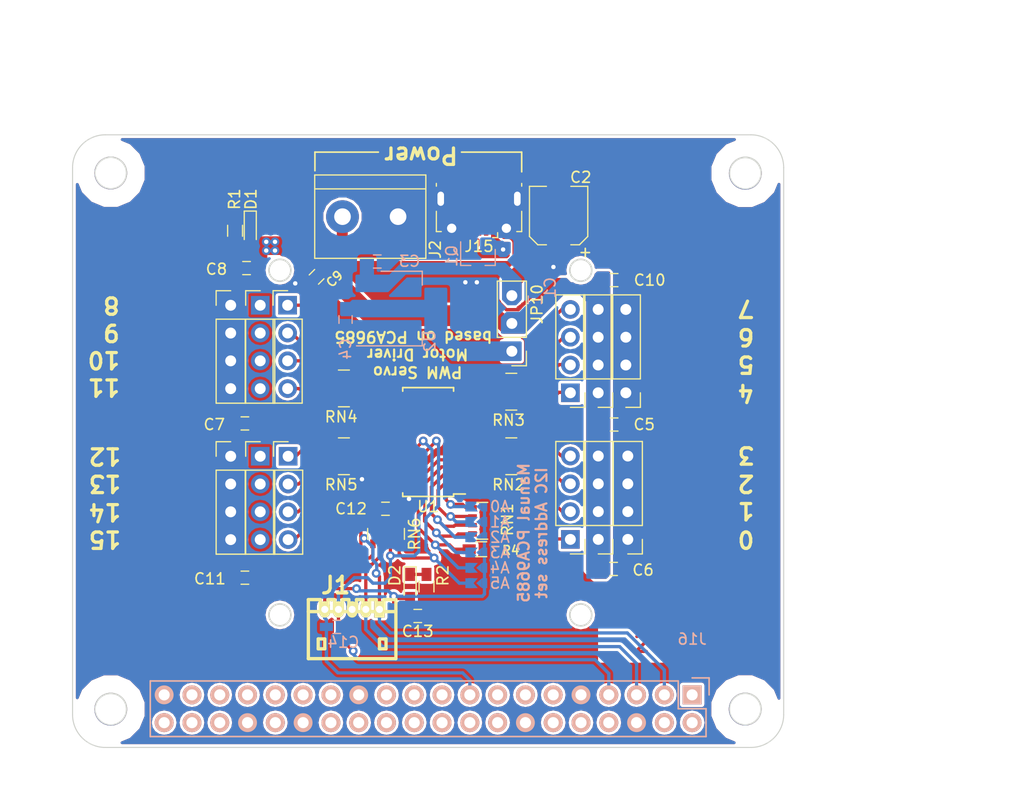
<source format=kicad_pcb>
(kicad_pcb (version 20160815) (host pcbnew no-vcs-found-undefined)
  (layers (0 F.Cu signal) (31 B.Cu signal) (34 B.Paste user) (35 F.Paste user) (36 B.SilkS user) (37 F.SilkS user) (38 B.Mask user) (39 F.Mask user) (44 Edge.Cuts user))
  (net 0 "")
  (net 1 VDD)
  (net 2 GND)
  (net 3 VCC)
  (net 4 "Net-(C4-Pad1)")
  (net 5 "Net-(D1-Pad1)")
  (net 6 "Net-(J3-Pad1)")
  (net 7 "Net-(J3-Pad2)")
  (net 8 "Net-(J3-Pad3)")
  (net 9 "Net-(J3-Pad4)")
  (net 10 "Net-(J4-Pad1)")
  (net 11 "Net-(J4-Pad2)")
  (net 12 "Net-(J4-Pad3)")
  (net 13 "Net-(J4-Pad4)")
  (net 14 "Net-(J5-Pad4)")
  (net 15 "Net-(J5-Pad3)")
  (net 16 "Net-(J5-Pad2)")
  (net 17 "Net-(J5-Pad1)")
  (net 18 "Net-(J6-Pad1)")
  (net 19 "Net-(J6-Pad2)")
  (net 20 "Net-(J6-Pad3)")
  (net 21 "Net-(J6-Pad4)")
  (net 22 "Net-(JP1-Pad2)")
  (net 23 "Net-(JP2-Pad2)")
  (net 24 "Net-(JP3-Pad2)")
  (net 25 "Net-(JP4-Pad2)")
  (net 26 "Net-(JP5-Pad2)")
  (net 27 "Net-(JP6-Pad2)")
  (net 28 "Net-(RN2-Pad1)")
  (net 29 "Net-(RN2-Pad3)")
  (net 30 "Net-(RN2-Pad2)")
  (net 31 "Net-(RN2-Pad4)")
  (net 32 "Net-(RN3-Pad4)")
  (net 33 "Net-(RN3-Pad2)")
  (net 34 "Net-(RN3-Pad3)")
  (net 35 "Net-(RN3-Pad1)")
  (net 36 "Net-(RN4-Pad1)")
  (net 37 "Net-(RN4-Pad3)")
  (net 38 "Net-(RN4-Pad2)")
  (net 39 "Net-(RN4-Pad4)")
  (net 40 "Net-(RN5-Pad4)")
  (net 41 "Net-(RN5-Pad2)")
  (net 42 "Net-(RN5-Pad3)")
  (net 43 "Net-(RN5-Pad1)")
  (net 44 "Net-(J15-Pad1)")
  (net 45 "Net-(J15-Pad2)")
  (net 46 "Net-(J15-Pad4)")
  (net 47 "Net-(J15-Pad3)")
  (net 48 +5V)
  (net 49 "Net-(D2-Pad1)")
  (net 50 /SDA)
  (net 51 /SCL)
  (net 52 /~OE~)
  (net 53 "Net-(J16-Pad40)")
  (net 54 "Net-(J16-Pad38)")
  (net 55 "Net-(J16-Pad37)")
  (net 56 "Net-(J16-Pad36)")
  (net 57 "Net-(J16-Pad35)")
  (net 58 "Net-(J16-Pad33)")
  (net 59 "Net-(J16-Pad32)")
  (net 60 "Net-(J16-Pad31)")
  (net 61 "Net-(J16-Pad29)")
  (net 62 "Net-(J16-Pad28)")
  (net 63 "Net-(J16-Pad27)")
  (net 64 "Net-(J16-Pad26)")
  (net 65 "Net-(J16-Pad24)")
  (net 66 "Net-(J16-Pad23)")
  (net 67 "Net-(J16-Pad22)")
  (net 68 "Net-(J16-Pad21)")
  (net 69 "Net-(J16-Pad20)")
  (net 70 "Net-(J16-Pad19)")
  (net 71 "Net-(J16-Pad18)")
  (net 72 "Net-(J16-Pad16)")
  (net 73 "Net-(J16-Pad15)")
  (net 74 "Net-(J16-Pad13)")
  (net 75 "Net-(J16-Pad12)")
  (net 76 "Net-(J16-Pad11)")
  (net 77 "Net-(J16-Pad10)")
  (net 78 "Net-(J16-Pad8)")
  (net 79 "Net-(J16-Pad4)")
  (net 80 "Net-(J16-Pad2)")
  (module project_footprints:NPTH_3mm_ID (layer F.Cu) (at 171.63 138.41)
    (fp_text reference H4 hide)
    (fp_text value 3mm_Mounting_Hole)
    (pad "" np_thru_hole circle (at 0 0) (size 3 3) (drill 2.75) (layers *.Cu *.Mask) (clearance 1.6))
  )
  (module project_footprints:NPTH_3mm_ID (layer F.Cu) (at 113.64 138.42)
    (fp_text reference H3 hide)
    (fp_text value 3mm_Mounting_Hole)
    (pad "" np_thru_hole circle (at 0 0) (size 3 3) (drill 2.75) (layers *.Cu *.Mask) (clearance 1.6))
  )
  (module project_footprints:NPTH_3mm_ID (layer F.Cu) (at 171.64 89.43)
    (fp_text reference H2 hide)
    (fp_text value 3mm_Mounting_Hole)
    (pad "" np_thru_hole circle (at 0 0) (size 3 3) (drill 2.75) (layers *.Cu *.Mask) (clearance 1.6))
  )
  (module project_footprints:NPTH_3mm_ID (layer F.Cu) (at 113.64 89.41)
    (fp_text reference H1 hide)
    (fp_text value 3mm_Mounting_Hole)
    (pad "" np_thru_hole circle (at 0 0) (size 3 3) (drill 2.75) (layers *.Cu *.Mask) (clearance 1.6))
  )
  (module Socket_Strips:Socket_Strip_Straight_2x20 (layer B.Cu) (at 166.78 137.11 180)
    (fp_text reference J16 (at 0 5.1 180) (layer B.SilkS) (effects (justify mirror)))
    (fp_text value Conn_02x20)
    (pad 40 thru_hole oval (at 48.26 -2.54 180) (size 1.7272 1.7272) (drill 1.016) (layers *.Cu *.Mask B.SilkS) (net 53 "Net-(J16-Pad40)"))
    (pad 39 thru_hole oval (at 48.26 0 180) (size 1.7272 1.7272) (drill 1.016) (layers *.Cu *.Mask B.SilkS) (net 2 GND))
    (pad 38 thru_hole oval (at 45.72 -2.54 180) (size 1.7272 1.7272) (drill 1.016) (layers *.Cu *.Mask B.SilkS) (net 54 "Net-(J16-Pad38)"))
    (pad 37 thru_hole oval (at 45.72 0 180) (size 1.7272 1.7272) (drill 1.016) (layers *.Cu *.Mask B.SilkS) (net 55 "Net-(J16-Pad37)"))
    (pad 36 thru_hole oval (at 43.18 -2.54 180) (size 1.7272 1.7272) (drill 1.016) (layers *.Cu *.Mask B.SilkS) (net 56 "Net-(J16-Pad36)"))
    (pad 35 thru_hole oval (at 43.18 0 180) (size 1.7272 1.7272) (drill 1.016) (layers *.Cu *.Mask B.SilkS) (net 57 "Net-(J16-Pad35)"))
    (pad 34 thru_hole oval (at 40.64 -2.54 180) (size 1.7272 1.7272) (drill 1.016) (layers *.Cu *.Mask B.SilkS) (net 2 GND))
    (pad 33 thru_hole oval (at 40.64 0 180) (size 1.7272 1.7272) (drill 1.016) (layers *.Cu *.Mask B.SilkS) (net 58 "Net-(J16-Pad33)"))
    (pad 32 thru_hole oval (at 38.1 -2.54 180) (size 1.7272 1.7272) (drill 1.016) (layers *.Cu *.Mask B.SilkS) (net 59 "Net-(J16-Pad32)"))
    (pad 31 thru_hole oval (at 38.1 0 180) (size 1.7272 1.7272) (drill 1.016) (layers *.Cu *.Mask B.SilkS) (net 60 "Net-(J16-Pad31)"))
    (pad 30 thru_hole oval (at 35.56 -2.54 180) (size 1.7272 1.7272) (drill 1.016) (layers *.Cu *.Mask B.SilkS) (net 2 GND))
    (pad 29 thru_hole oval (at 35.56 0 180) (size 1.7272 1.7272) (drill 1.016) (layers *.Cu *.Mask B.SilkS) (net 61 "Net-(J16-Pad29)"))
    (pad 28 thru_hole oval (at 33.02 -2.54 180) (size 1.7272 1.7272) (drill 1.016) (layers *.Cu *.Mask B.SilkS) (net 62 "Net-(J16-Pad28)"))
    (pad 27 thru_hole oval (at 33.02 0 180) (size 1.7272 1.7272) (drill 1.016) (layers *.Cu *.Mask B.SilkS) (net 63 "Net-(J16-Pad27)"))
    (pad 26 thru_hole oval (at 30.48 -2.54 180) (size 1.7272 1.7272) (drill 1.016) (layers *.Cu *.Mask B.SilkS) (net 64 "Net-(J16-Pad26)"))
    (pad 25 thru_hole oval (at 30.48 0 180) (size 1.7272 1.7272) (drill 1.016) (layers *.Cu *.Mask B.SilkS) (net 2 GND))
    (pad 24 thru_hole oval (at 27.94 -2.54 180) (size 1.7272 1.7272) (drill 1.016) (layers *.Cu *.Mask B.SilkS) (net 65 "Net-(J16-Pad24)"))
    (pad 23 thru_hole oval (at 27.94 0 180) (size 1.7272 1.7272) (drill 1.016) (layers *.Cu *.Mask B.SilkS) (net 66 "Net-(J16-Pad23)"))
    (pad 22 thru_hole oval (at 25.4 -2.54 180) (size 1.7272 1.7272) (drill 1.016) (layers *.Cu *.Mask B.SilkS) (net 67 "Net-(J16-Pad22)"))
    (pad 21 thru_hole oval (at 25.4 0 180) (size 1.7272 1.7272) (drill 1.016) (layers *.Cu *.Mask B.SilkS) (net 68 "Net-(J16-Pad21)"))
    (pad 20 thru_hole oval (at 22.86 -2.54 180) (size 1.7272 1.7272) (drill 1.016) (layers *.Cu *.Mask B.SilkS) (net 69 "Net-(J16-Pad20)"))
    (pad 19 thru_hole oval (at 22.86 0 180) (size 1.7272 1.7272) (drill 1.016) (layers *.Cu *.Mask B.SilkS) (net 70 "Net-(J16-Pad19)"))
    (pad 18 thru_hole oval (at 20.32 -2.54 180) (size 1.7272 1.7272) (drill 1.016) (layers *.Cu *.Mask B.SilkS) (net 71 "Net-(J16-Pad18)"))
    (pad 17 thru_hole oval (at 20.32 0 180) (size 1.7272 1.7272) (drill 1.016) (layers *.Cu *.Mask B.SilkS) (net 1 VDD))
    (pad 16 thru_hole oval (at 17.78 -2.54 180) (size 1.7272 1.7272) (drill 1.016) (layers *.Cu *.Mask B.SilkS) (net 72 "Net-(J16-Pad16)"))
    (pad 15 thru_hole oval (at 17.78 0 180) (size 1.7272 1.7272) (drill 1.016) (layers *.Cu *.Mask B.SilkS) (net 73 "Net-(J16-Pad15)"))
    (pad 14 thru_hole oval (at 15.24 -2.54 180) (size 1.7272 1.7272) (drill 1.016) (layers *.Cu *.Mask B.SilkS) (net 2 GND))
    (pad 13 thru_hole oval (at 15.24 0 180) (size 1.7272 1.7272) (drill 1.016) (layers *.Cu *.Mask B.SilkS) (net 74 "Net-(J16-Pad13)"))
    (pad 12 thru_hole oval (at 12.7 -2.54 180) (size 1.7272 1.7272) (drill 1.016) (layers *.Cu *.Mask B.SilkS) (net 75 "Net-(J16-Pad12)"))
    (pad 11 thru_hole oval (at 12.7 0 180) (size 1.7272 1.7272) (drill 1.016) (layers *.Cu *.Mask B.SilkS) (net 76 "Net-(J16-Pad11)"))
    (pad 10 thru_hole oval (at 10.16 -2.54 180) (size 1.7272 1.7272) (drill 1.016) (layers *.Cu *.Mask B.SilkS) (net 77 "Net-(J16-Pad10)"))
    (pad 9 thru_hole oval (at 10.16 0 180) (size 1.7272 1.7272) (drill 1.016) (layers *.Cu *.Mask B.SilkS) (net 2 GND))
    (pad 8 thru_hole oval (at 7.62 -2.54 180) (size 1.7272 1.7272) (drill 1.016) (layers *.Cu *.Mask B.SilkS) (net 78 "Net-(J16-Pad8)"))
    (pad 7 thru_hole oval (at 7.62 0 180) (size 1.7272 1.7272) (drill 1.016) (layers *.Cu *.Mask B.SilkS) (net 52 /~OE~))
    (pad 6 thru_hole oval (at 5.08 -2.54 180) (size 1.7272 1.7272) (drill 1.016) (layers *.Cu *.Mask B.SilkS) (net 2 GND))
    (pad 5 thru_hole oval (at 5.08 0 180) (size 1.7272 1.7272) (drill 1.016) (layers *.Cu *.Mask B.SilkS) (net 51 /SCL))
    (pad 4 thru_hole oval (at 2.54 -2.54 180) (size 1.7272 1.7272) (drill 1.016) (layers *.Cu *.Mask B.SilkS) (net 79 "Net-(J16-Pad4)"))
    (pad 3 thru_hole oval (at 2.54 0 180) (size 1.7272 1.7272) (drill 1.016) (layers *.Cu *.Mask B.SilkS) (net 50 /SDA))
    (pad 2 thru_hole oval (at 0 -2.54 180) (size 1.7272 1.7272) (drill 1.016) (layers *.Cu *.Mask B.SilkS) (net 80 "Net-(J16-Pad2)"))
    (pad 1 thru_hole rect (at 0 0 180) (size 1.7272 1.7272) (drill 1.016) (layers *.Cu *.Mask B.SilkS) (net 1 VDD))
  )
  (module Connectors_Terminal_Blocks:TerminalBlock_bornier-2_P5.08mm (layer F.Cu) (at 139.9 93.4 180)
    (fp_text reference J2 (at -3.4 -3 270) (layer F.SilkS))
    (fp_text value Conn_01x02)
    (pad 1 thru_hole rect (at 0 0 180) (size 3 3) (drill 1.52) (layers *.Cu *.Mask) (net 2 GND))
    (pad 2 thru_hole circle (at 5.08 0 180) (size 3 3) (drill 1.52) (layers *.Cu *.Mask) (net 44 "Net-(J15-Pad1)"))
  )
  (module Capacitors_SMD:C_0603_HandSoldering (layer B.Cu) (at 152.4 101 90)
    (fp_text reference C1 (at 1.1 1.4 90) (layer B.SilkS) (effects (justify mirror)))
    (fp_text value C)
    (pad 1 smd rect (at -0.95 0 90) (size 1.2 0.75) (layers B.Cu B.Paste B.Mask) (net 48 +5V))
    (pad 2 smd rect (at 0.95 0 90) (size 1.2 0.75) (layers B.Cu B.Paste B.Mask) (net 2 GND))
  )
  (module Capacitors_SMD:C_0603_HandSoldering (layer B.Cu) (at 138 97.5)
    (fp_text reference C3 (at 2.95 -0.025) (layer B.SilkS) (effects (justify mirror)))
    (fp_text value 0.1uF)
    (pad 1 smd rect (at -0.95 0) (size 1.2 0.75) (layers B.Cu B.Paste B.Mask) (net 3 VCC))
    (pad 2 smd rect (at 0.95 0) (size 1.2 0.75) (layers B.Cu B.Paste B.Mask) (net 2 GND))
  )
  (module Capacitors_SMD:C_0603_HandSoldering (layer B.Cu) (at 135.1 102.8 270)
    (fp_text reference C4 (at 2.7 0 270) (layer B.SilkS) (effects (justify mirror)))
    (fp_text value 0.1uF)
    (pad 2 smd rect (at 0.95 0 270) (size 1.2 0.75) (layers B.Cu B.Paste B.Mask) (net 2 GND))
    (pad 1 smd rect (at -0.95 0 270) (size 1.2 0.75) (layers B.Cu B.Paste B.Mask) (net 4 "Net-(C4-Pad1)"))
  )
  (module LEDs:LED_0603_HandSoldering (layer F.Cu) (at 126.39 94.69 270)
    (fp_text reference D1 (at -2.89 -0.06 270) (layer F.SilkS))
    (fp_text value "LED Green")
    (pad 1 smd rect (at -1.1 0 270) (size 1.2 0.9) (layers F.Cu F.Paste F.Mask) (net 5 "Net-(D1-Pad1)"))
    (pad 2 smd rect (at 1.1 0 270) (size 1.2 0.9) (layers F.Cu F.Paste F.Mask) (net 48 +5V))
  )
  (module Pin_Headers:Pin_Header_Straight_1x04_Pitch2.54mm (layer F.Cu) (at 155.65 122.9 180)
    (fp_text reference J3 hide)
    (fp_text value LED03)
    (pad 1 thru_hole rect (at 0 0 180) (size 1.7 1.7) (drill 1) (layers *.Cu *.Mask) (net 6 "Net-(J3-Pad1)"))
    (pad 2 thru_hole oval (at 0 2.54 180) (size 1.7 1.7) (drill 1) (layers *.Cu *.Mask) (net 7 "Net-(J3-Pad2)"))
    (pad 3 thru_hole oval (at 0 5.08 180) (size 1.7 1.7) (drill 1) (layers *.Cu *.Mask) (net 8 "Net-(J3-Pad3)"))
    (pad 4 thru_hole oval (at 0 7.62 180) (size 1.7 1.7) (drill 1) (layers *.Cu *.Mask) (net 9 "Net-(J3-Pad4)"))
  )
  (module Pin_Headers:Pin_Header_Straight_1x04_Pitch2.54mm (layer F.Cu) (at 155.65 109.5 180)
    (fp_text reference J4 hide)
    (fp_text value LED47)
    (pad 1 thru_hole rect (at 0 0 180) (size 1.7 1.7) (drill 1) (layers *.Cu *.Mask) (net 10 "Net-(J4-Pad1)"))
    (pad 2 thru_hole oval (at 0 2.54 180) (size 1.7 1.7) (drill 1) (layers *.Cu *.Mask) (net 11 "Net-(J4-Pad2)"))
    (pad 3 thru_hole oval (at 0 5.08 180) (size 1.7 1.7) (drill 1) (layers *.Cu *.Mask) (net 12 "Net-(J4-Pad3)"))
    (pad 4 thru_hole oval (at 0 7.62 180) (size 1.7 1.7) (drill 1) (layers *.Cu *.Mask) (net 13 "Net-(J4-Pad4)"))
  )
  (module Pin_Headers:Pin_Header_Straight_1x04_Pitch2.54mm (layer F.Cu) (at 129.805 101.495)
    (fp_text reference J5 hide)
    (fp_text value LED811)
    (pad 4 thru_hole oval (at 0 7.62) (size 1.7 1.7) (drill 1) (layers *.Cu *.Mask) (net 14 "Net-(J5-Pad4)"))
    (pad 3 thru_hole oval (at 0 5.08) (size 1.7 1.7) (drill 1) (layers *.Cu *.Mask) (net 15 "Net-(J5-Pad3)"))
    (pad 2 thru_hole oval (at 0 2.54) (size 1.7 1.7) (drill 1) (layers *.Cu *.Mask) (net 16 "Net-(J5-Pad2)"))
    (pad 1 thru_hole rect (at 0 0) (size 1.7 1.7) (drill 1) (layers *.Cu *.Mask) (net 17 "Net-(J5-Pad1)"))
  )
  (module Pin_Headers:Pin_Header_Straight_1x04_Pitch2.54mm (layer F.Cu) (at 129.85 115.3)
    (fp_text reference J6 hide)
    (fp_text value LED1215)
    (pad 1 thru_hole rect (at 0 0) (size 1.7 1.7) (drill 1) (layers *.Cu *.Mask) (net 18 "Net-(J6-Pad1)"))
    (pad 2 thru_hole oval (at 0 2.54) (size 1.7 1.7) (drill 1) (layers *.Cu *.Mask) (net 19 "Net-(J6-Pad2)"))
    (pad 3 thru_hole oval (at 0 5.08) (size 1.7 1.7) (drill 1) (layers *.Cu *.Mask) (net 20 "Net-(J6-Pad3)"))
    (pad 4 thru_hole oval (at 0 7.62) (size 1.7 1.7) (drill 1) (layers *.Cu *.Mask) (net 21 "Net-(J6-Pad4)"))
  )
  (module Pin_Headers:Pin_Header_Straight_1x04_Pitch2.54mm (layer F.Cu) (at 124.6 115.3)
    (fp_text reference J7 hide)
    (fp_text value C4GND)
    (pad 4 thru_hole oval (at 0 7.62) (size 1.7 1.7) (drill 1) (layers *.Cu *.Mask) (net 2 GND))
    (pad 3 thru_hole oval (at 0 5.08) (size 1.7 1.7) (drill 1) (layers *.Cu *.Mask) (net 2 GND))
    (pad 2 thru_hole oval (at 0 2.54) (size 1.7 1.7) (drill 1) (layers *.Cu *.Mask) (net 2 GND))
    (pad 1 thru_hole rect (at 0 0) (size 1.7 1.7) (drill 1) (layers *.Cu *.Mask) (net 2 GND))
  )
  (module Pin_Headers:Pin_Header_Straight_1x04_Pitch2.54mm (layer F.Cu) (at 124.6 101.5)
    (fp_text reference J8 hide)
    (fp_text value C4GND)
    (pad 1 thru_hole rect (at 0 0) (size 1.7 1.7) (drill 1) (layers *.Cu *.Mask) (net 2 GND))
    (pad 2 thru_hole oval (at 0 2.54) (size 1.7 1.7) (drill 1) (layers *.Cu *.Mask) (net 2 GND))
    (pad 3 thru_hole oval (at 0 5.08) (size 1.7 1.7) (drill 1) (layers *.Cu *.Mask) (net 2 GND))
    (pad 4 thru_hole oval (at 0 7.62) (size 1.7 1.7) (drill 1) (layers *.Cu *.Mask) (net 2 GND))
  )
  (module Pin_Headers:Pin_Header_Straight_1x04_Pitch2.54mm (layer F.Cu) (at 160.72 109.5 180)
    (fp_text reference J9 hide)
    (fp_text value C4GND)
    (pad 4 thru_hole oval (at 0 7.62 180) (size 1.7 1.7) (drill 1) (layers *.Cu *.Mask) (net 2 GND))
    (pad 3 thru_hole oval (at 0 5.08 180) (size 1.7 1.7) (drill 1) (layers *.Cu *.Mask) (net 2 GND))
    (pad 2 thru_hole oval (at 0 2.54 180) (size 1.7 1.7) (drill 1) (layers *.Cu *.Mask) (net 2 GND))
    (pad 1 thru_hole rect (at 0 0 180) (size 1.7 1.7) (drill 1) (layers *.Cu *.Mask) (net 2 GND))
  )
  (module Pin_Headers:Pin_Header_Straight_1x04_Pitch2.54mm (layer F.Cu) (at 160.9 122.9 180)
    (fp_text reference J10 hide)
    (fp_text value C4GND)
    (pad 1 thru_hole rect (at 0 0 180) (size 1.7 1.7) (drill 1) (layers *.Cu *.Mask) (net 2 GND))
    (pad 2 thru_hole oval (at 0 2.54 180) (size 1.7 1.7) (drill 1) (layers *.Cu *.Mask) (net 2 GND))
    (pad 3 thru_hole oval (at 0 5.08 180) (size 1.7 1.7) (drill 1) (layers *.Cu *.Mask) (net 2 GND))
    (pad 4 thru_hole oval (at 0 7.62 180) (size 1.7 1.7) (drill 1) (layers *.Cu *.Mask) (net 2 GND))
  )
  (module Pin_Headers:Pin_Header_Straight_1x04_Pitch2.54mm (layer F.Cu) (at 158.2 122.9 180)
    (fp_text reference J11 hide)
    (fp_text value C4VDD)
    (pad 4 thru_hole oval (at 0 7.62 180) (size 1.7 1.7) (drill 1) (layers *.Cu *.Mask) (net 48 +5V))
    (pad 3 thru_hole oval (at 0 5.08 180) (size 1.7 1.7) (drill 1) (layers *.Cu *.Mask) (net 48 +5V))
    (pad 2 thru_hole oval (at 0 2.54 180) (size 1.7 1.7) (drill 1) (layers *.Cu *.Mask) (net 48 +5V))
    (pad 1 thru_hole rect (at 0 0 180) (size 1.7 1.7) (drill 1) (layers *.Cu *.Mask) (net 48 +5V))
  )
  (module Pin_Headers:Pin_Header_Straight_1x04_Pitch2.54mm (layer F.Cu) (at 127.3 115.3)
    (fp_text reference J12 hide)
    (fp_text value C4VDD)
    (pad 1 thru_hole rect (at 0 0) (size 1.7 1.7) (drill 1) (layers *.Cu *.Mask) (net 48 +5V))
    (pad 2 thru_hole oval (at 0 2.54) (size 1.7 1.7) (drill 1) (layers *.Cu *.Mask) (net 48 +5V))
    (pad 3 thru_hole oval (at 0 5.08) (size 1.7 1.7) (drill 1) (layers *.Cu *.Mask) (net 48 +5V))
    (pad 4 thru_hole oval (at 0 7.62) (size 1.7 1.7) (drill 1) (layers *.Cu *.Mask) (net 48 +5V))
  )
  (module Pin_Headers:Pin_Header_Straight_1x04_Pitch2.54mm (layer F.Cu) (at 127.3 101.5)
    (fp_text reference J13 hide)
    (fp_text value C4VDD)
    (pad 4 thru_hole oval (at 0 7.62) (size 1.7 1.7) (drill 1) (layers *.Cu *.Mask) (net 48 +5V))
    (pad 3 thru_hole oval (at 0 5.08) (size 1.7 1.7) (drill 1) (layers *.Cu *.Mask) (net 48 +5V))
    (pad 2 thru_hole oval (at 0 2.54) (size 1.7 1.7) (drill 1) (layers *.Cu *.Mask) (net 48 +5V))
    (pad 1 thru_hole rect (at 0 0) (size 1.7 1.7) (drill 1) (layers *.Cu *.Mask) (net 48 +5V))
  )
  (module Pin_Headers:Pin_Header_Straight_1x04_Pitch2.54mm (layer F.Cu) (at 158.19 109.5 180)
    (fp_text reference J14 hide)
    (fp_text value C4VDD)
    (pad 4 thru_hole oval (at 0 7.62 180) (size 1.7 1.7) (drill 1) (layers *.Cu *.Mask) (net 48 +5V))
    (pad 3 thru_hole oval (at 0 5.08 180) (size 1.7 1.7) (drill 1) (layers *.Cu *.Mask) (net 48 +5V))
    (pad 2 thru_hole oval (at 0 2.54 180) (size 1.7 1.7) (drill 1) (layers *.Cu *.Mask) (net 48 +5V))
    (pad 1 thru_hole rect (at 0 0 180) (size 1.7 1.7) (drill 1) (layers *.Cu *.Mask) (net 48 +5V))
  )
  (module TO_SOT_Packages_SMD:SOT-23 (layer B.Cu) (at 147.2 97.1 270)
    (fp_text reference Q1 (at -0.1 2.4 270) (layer B.SilkS) (effects (justify mirror)))
    (fp_text value Q_NMOS_GDS)
    (pad 1 smd rect (at -1 0.95 270) (size 0.9 0.8) (layers B.Cu B.Paste B.Mask) (net 2 GND))
    (pad 2 smd rect (at -1 -0.95 270) (size 0.9 0.8) (layers B.Cu B.Paste B.Mask) (net 44 "Net-(J15-Pad1)"))
    (pad 3 smd rect (at 1 0 270) (size 0.9 0.8) (layers B.Cu B.Paste B.Mask) (net 3 VCC))
  )
  (module Resistors_SMD:R_0603_HandSoldering (layer F.Cu) (at 125 94.69 270)
    (fp_text reference R1 (at -2.89 0.05 270) (layer F.SilkS))
    (fp_text value 1k)
    (pad 1 smd rect (at -1.1 0 270) (size 1.2 0.9) (layers F.Cu F.Paste F.Mask) (net 5 "Net-(D1-Pad1)"))
    (pad 2 smd rect (at 1.1 0 270) (size 1.2 0.9) (layers F.Cu F.Paste F.Mask) (net 2 GND))
  )
  (module Resistors_SMD:R_0603_HandSoldering (layer F.Cu) (at 147.5 123.8)
    (fp_text reference R4 (at 2.7 0.1) (layer F.SilkS) (effects (font (size 0.8 0.8))))
    (fp_text value 10k)
    (pad 2 smd rect (at 1.1 0) (size 1.2 0.9) (layers F.Cu F.Paste F.Mask) (net 2 GND))
    (pad 1 smd rect (at -1.1 0) (size 1.2 0.9) (layers F.Cu F.Paste F.Mask) (net 26 "Net-(JP5-Pad2)"))
  )
  (module Resistors_SMD:R_Array_Convex_4x0603 (layer F.Cu) (at 147.6 121.2 180)
    (fp_text reference RN1 (at -2.3 0.1 270) (layer F.SilkS))
    (fp_text value 10k)
    (pad 1 smd rect (at -0.9 -1.2 180) (size 0.8 0.5) (layers F.Cu F.Paste F.Mask) (net 2 GND))
    (pad 3 smd rect (at -0.9 0.4 180) (size 0.8 0.4) (layers F.Cu F.Paste F.Mask) (net 2 GND))
    (pad 2 smd rect (at -0.9 -0.4 180) (size 0.8 0.4) (layers F.Cu F.Paste F.Mask) (net 2 GND))
    (pad 4 smd rect (at -0.9 1.2 180) (size 0.8 0.5) (layers F.Cu F.Paste F.Mask) (net 2 GND))
    (pad 7 smd rect (at 0.9 -0.4 180) (size 0.8 0.4) (layers F.Cu F.Paste F.Mask) (net 24 "Net-(JP3-Pad2)"))
    (pad 8 smd rect (at 0.9 -1.2 180) (size 0.8 0.5) (layers F.Cu F.Paste F.Mask) (net 25 "Net-(JP4-Pad2)"))
    (pad 6 smd rect (at 0.9 0.4 180) (size 0.8 0.4) (layers F.Cu F.Paste F.Mask) (net 23 "Net-(JP2-Pad2)"))
    (pad 5 smd rect (at 0.9 1.2 180) (size 0.8 0.5) (layers F.Cu F.Paste F.Mask) (net 22 "Net-(JP1-Pad2)"))
  )
  (module Resistors_SMD:R_Array_Convex_4x0603 (layer F.Cu) (at 150.25 115.3)
    (fp_text reference RN2 (at -0.25 2.6) (layer F.SilkS))
    (fp_text value 220)
    (pad 1 smd rect (at -0.9 -1.2) (size 0.8 0.5) (layers F.Cu F.Paste F.Mask) (net 28 "Net-(RN2-Pad1)"))
    (pad 3 smd rect (at -0.9 0.4) (size 0.8 0.4) (layers F.Cu F.Paste F.Mask) (net 29 "Net-(RN2-Pad3)"))
    (pad 2 smd rect (at -0.9 -0.4) (size 0.8 0.4) (layers F.Cu F.Paste F.Mask) (net 30 "Net-(RN2-Pad2)"))
    (pad 4 smd rect (at -0.9 1.2) (size 0.8 0.5) (layers F.Cu F.Paste F.Mask) (net 31 "Net-(RN2-Pad4)"))
    (pad 7 smd rect (at 0.9 -0.4) (size 0.8 0.4) (layers F.Cu F.Paste F.Mask) (net 8 "Net-(J3-Pad3)"))
    (pad 8 smd rect (at 0.9 -1.2) (size 0.8 0.5) (layers F.Cu F.Paste F.Mask) (net 9 "Net-(J3-Pad4)"))
    (pad 6 smd rect (at 0.9 0.4) (size 0.8 0.4) (layers F.Cu F.Paste F.Mask) (net 7 "Net-(J3-Pad2)"))
    (pad 5 smd rect (at 0.9 1.2) (size 0.8 0.5) (layers F.Cu F.Paste F.Mask) (net 6 "Net-(J3-Pad1)"))
  )
  (module Resistors_SMD:R_Array_Convex_4x0603 (layer F.Cu) (at 150.25 109.4)
    (fp_text reference RN3 (at -0.25 2.6) (layer F.SilkS))
    (fp_text value 220)
    (pad 5 smd rect (at 0.9 1.2) (size 0.8 0.5) (layers F.Cu F.Paste F.Mask) (net 10 "Net-(J4-Pad1)"))
    (pad 6 smd rect (at 0.9 0.4) (size 0.8 0.4) (layers F.Cu F.Paste F.Mask) (net 11 "Net-(J4-Pad2)"))
    (pad 8 smd rect (at 0.9 -1.2) (size 0.8 0.5) (layers F.Cu F.Paste F.Mask) (net 13 "Net-(J4-Pad4)"))
    (pad 7 smd rect (at 0.9 -0.4) (size 0.8 0.4) (layers F.Cu F.Paste F.Mask) (net 12 "Net-(J4-Pad3)"))
    (pad 4 smd rect (at -0.9 1.2) (size 0.8 0.5) (layers F.Cu F.Paste F.Mask) (net 32 "Net-(RN3-Pad4)"))
    (pad 2 smd rect (at -0.9 -0.4) (size 0.8 0.4) (layers F.Cu F.Paste F.Mask) (net 33 "Net-(RN3-Pad2)"))
    (pad 3 smd rect (at -0.9 0.4) (size 0.8 0.4) (layers F.Cu F.Paste F.Mask) (net 34 "Net-(RN3-Pad3)"))
    (pad 1 smd rect (at -0.9 -1.2) (size 0.8 0.5) (layers F.Cu F.Paste F.Mask) (net 35 "Net-(RN3-Pad1)"))
  )
  (module Resistors_SMD:R_Array_Convex_4x0603 (layer F.Cu) (at 134.95 109.1 180)
    (fp_text reference RN4 (at 0.25 -2.6 180) (layer F.SilkS))
    (fp_text value 220)
    (pad 1 smd rect (at -0.9 -1.2 180) (size 0.8 0.5) (layers F.Cu F.Paste F.Mask) (net 36 "Net-(RN4-Pad1)"))
    (pad 3 smd rect (at -0.9 0.4 180) (size 0.8 0.4) (layers F.Cu F.Paste F.Mask) (net 37 "Net-(RN4-Pad3)"))
    (pad 2 smd rect (at -0.9 -0.4 180) (size 0.8 0.4) (layers F.Cu F.Paste F.Mask) (net 38 "Net-(RN4-Pad2)"))
    (pad 4 smd rect (at -0.9 1.2 180) (size 0.8 0.5) (layers F.Cu F.Paste F.Mask) (net 39 "Net-(RN4-Pad4)"))
    (pad 7 smd rect (at 0.9 -0.4 180) (size 0.8 0.4) (layers F.Cu F.Paste F.Mask) (net 15 "Net-(J5-Pad3)"))
    (pad 8 smd rect (at 0.9 -1.2 180) (size 0.8 0.5) (layers F.Cu F.Paste F.Mask) (net 14 "Net-(J5-Pad4)"))
    (pad 6 smd rect (at 0.9 0.4 180) (size 0.8 0.4) (layers F.Cu F.Paste F.Mask) (net 16 "Net-(J5-Pad2)"))
    (pad 5 smd rect (at 0.9 1.2 180) (size 0.8 0.5) (layers F.Cu F.Paste F.Mask) (net 17 "Net-(J5-Pad1)"))
  )
  (module Resistors_SMD:R_Array_Convex_4x0603 (layer F.Cu) (at 134.95 115.3 180)
    (fp_text reference RN5 (at 0.25 -2.6 180) (layer F.SilkS))
    (fp_text value 220)
    (pad 5 smd rect (at 0.9 1.2 180) (size 0.8 0.5) (layers F.Cu F.Paste F.Mask) (net 18 "Net-(J6-Pad1)"))
    (pad 6 smd rect (at 0.9 0.4 180) (size 0.8 0.4) (layers F.Cu F.Paste F.Mask) (net 19 "Net-(J6-Pad2)"))
    (pad 8 smd rect (at 0.9 -1.2 180) (size 0.8 0.5) (layers F.Cu F.Paste F.Mask) (net 21 "Net-(J6-Pad4)"))
    (pad 7 smd rect (at 0.9 -0.4 180) (size 0.8 0.4) (layers F.Cu F.Paste F.Mask) (net 20 "Net-(J6-Pad3)"))
    (pad 4 smd rect (at -0.9 1.2 180) (size 0.8 0.5) (layers F.Cu F.Paste F.Mask) (net 40 "Net-(RN5-Pad4)"))
    (pad 2 smd rect (at -0.9 -0.4 180) (size 0.8 0.4) (layers F.Cu F.Paste F.Mask) (net 41 "Net-(RN5-Pad2)"))
    (pad 3 smd rect (at -0.9 0.4 180) (size 0.8 0.4) (layers F.Cu F.Paste F.Mask) (net 42 "Net-(RN5-Pad3)"))
    (pad 1 smd rect (at -0.9 -1.2 180) (size 0.8 0.5) (layers F.Cu F.Paste F.Mask) (net 43 "Net-(RN5-Pad1)"))
  )
  (module Resistors_SMD:R_Array_Convex_4x0603 (layer F.Cu) (at 138.8 122.4 90)
    (fp_text reference RN6 (at 0 2.6 90) (layer F.SilkS))
    (fp_text value 10k)
    (pad 5 smd rect (at 0.9 1.2 90) (size 0.8 0.5) (layers F.Cu F.Paste F.Mask) (net 2 GND))
    (pad 6 smd rect (at 0.9 0.4 90) (size 0.8 0.4) (layers F.Cu F.Paste F.Mask) (net 2 GND))
    (pad 8 smd rect (at 0.9 -1.2 90) (size 0.8 0.5) (layers F.Cu F.Paste F.Mask) (net 1 VDD))
    (pad 7 smd rect (at 0.9 -0.4 90) (size 0.8 0.4) (layers F.Cu F.Paste F.Mask) (net 1 VDD))
    (pad 4 smd rect (at -0.9 1.2 90) (size 0.8 0.5) (layers F.Cu F.Paste F.Mask) (net 27 "Net-(JP6-Pad2)"))
    (pad 2 smd rect (at -0.9 -0.4 90) (size 0.8 0.4) (layers F.Cu F.Paste F.Mask) (net 51 /SCL))
    (pad 3 smd rect (at -0.9 0.4 90) (size 0.8 0.4) (layers F.Cu F.Paste F.Mask) (net 52 /~OE~))
    (pad 1 smd rect (at -0.9 -1.2 90) (size 0.8 0.5) (layers F.Cu F.Paste F.Mask) (net 50 /SDA))
  )
  (module Housings_SSOP:TSSOP-28_4.4x9.7mm_Pitch0.65mm (layer F.Cu) (at 142.65 114 180)
    (fp_text reference U1 (at 0 -5.9 180) (layer F.SilkS))
    (fp_text value PCA9685PW)
    (pad 1 smd rect (at -2.85 -4.225 180) (size 1.1 0.4) (layers F.Cu F.Paste F.Mask) (net 22 "Net-(JP1-Pad2)"))
    (pad 2 smd rect (at -2.85 -3.575 180) (size 1.1 0.4) (layers F.Cu F.Paste F.Mask) (net 23 "Net-(JP2-Pad2)"))
    (pad 3 smd rect (at -2.85 -2.925 180) (size 1.1 0.4) (layers F.Cu F.Paste F.Mask) (net 24 "Net-(JP3-Pad2)"))
    (pad 4 smd rect (at -2.85 -2.275 180) (size 1.1 0.4) (layers F.Cu F.Paste F.Mask) (net 25 "Net-(JP4-Pad2)"))
    (pad 5 smd rect (at -2.85 -1.625 180) (size 1.1 0.4) (layers F.Cu F.Paste F.Mask) (net 26 "Net-(JP5-Pad2)"))
    (pad 6 smd rect (at -2.85 -0.975 180) (size 1.1 0.4) (layers F.Cu F.Paste F.Mask) (net 31 "Net-(RN2-Pad4)"))
    (pad 7 smd rect (at -2.85 -0.325 180) (size 1.1 0.4) (layers F.Cu F.Paste F.Mask) (net 29 "Net-(RN2-Pad3)"))
    (pad 8 smd rect (at -2.85 0.325 180) (size 1.1 0.4) (layers F.Cu F.Paste F.Mask) (net 30 "Net-(RN2-Pad2)"))
    (pad 9 smd rect (at -2.85 0.975 180) (size 1.1 0.4) (layers F.Cu F.Paste F.Mask) (net 28 "Net-(RN2-Pad1)"))
    (pad 10 smd rect (at -2.85 1.625 180) (size 1.1 0.4) (layers F.Cu F.Paste F.Mask) (net 32 "Net-(RN3-Pad4)"))
    (pad 11 smd rect (at -2.85 2.275 180) (size 1.1 0.4) (layers F.Cu F.Paste F.Mask) (net 34 "Net-(RN3-Pad3)"))
    (pad 12 smd rect (at -2.85 2.925 180) (size 1.1 0.4) (layers F.Cu F.Paste F.Mask) (net 33 "Net-(RN3-Pad2)"))
    (pad 13 smd rect (at -2.85 3.575 180) (size 1.1 0.4) (layers F.Cu F.Paste F.Mask) (net 35 "Net-(RN3-Pad1)"))
    (pad 14 smd rect (at -2.85 4.225 180) (size 1.1 0.4) (layers F.Cu F.Paste F.Mask) (net 2 GND))
    (pad 15 smd rect (at 2.85 4.225 180) (size 1.1 0.4) (layers F.Cu F.Paste F.Mask) (net 39 "Net-(RN4-Pad4)"))
    (pad 16 smd rect (at 2.85 3.575 180) (size 1.1 0.4) (layers F.Cu F.Paste F.Mask) (net 37 "Net-(RN4-Pad3)"))
    (pad 17 smd rect (at 2.85 2.925 180) (size 1.1 0.4) (layers F.Cu F.Paste F.Mask) (net 38 "Net-(RN4-Pad2)"))
    (pad 18 smd rect (at 2.85 2.275 180) (size 1.1 0.4) (layers F.Cu F.Paste F.Mask) (net 36 "Net-(RN4-Pad1)"))
    (pad 19 smd rect (at 2.85 1.625 180) (size 1.1 0.4) (layers F.Cu F.Paste F.Mask) (net 40 "Net-(RN5-Pad4)"))
    (pad 20 smd rect (at 2.85 0.975 180) (size 1.1 0.4) (layers F.Cu F.Paste F.Mask) (net 42 "Net-(RN5-Pad3)"))
    (pad 21 smd rect (at 2.85 0.325 180) (size 1.1 0.4) (layers F.Cu F.Paste F.Mask) (net 41 "Net-(RN5-Pad2)"))
    (pad 22 smd rect (at 2.85 -0.325 180) (size 1.1 0.4) (layers F.Cu F.Paste F.Mask) (net 43 "Net-(RN5-Pad1)"))
    (pad 23 smd rect (at 2.85 -0.975 180) (size 1.1 0.4) (layers F.Cu F.Paste F.Mask) (net 52 /~OE~))
    (pad 24 smd rect (at 2.85 -1.625 180) (size 1.1 0.4) (layers F.Cu F.Paste F.Mask) (net 27 "Net-(JP6-Pad2)"))
    (pad 25 smd rect (at 2.85 -2.275 180) (size 1.1 0.4) (layers F.Cu F.Paste F.Mask) (net 2 GND))
    (pad 26 smd rect (at 2.85 -2.925 180) (size 1.1 0.4) (layers F.Cu F.Paste F.Mask) (net 51 /SCL))
    (pad 27 smd rect (at 2.85 -3.575 180) (size 1.1 0.4) (layers F.Cu F.Paste F.Mask) (net 50 /SDA))
    (pad 28 smd rect (at 2.85 -4.225 180) (size 1.1 0.4) (layers F.Cu F.Paste F.Mask) (net 1 VDD))
  )
  (module TO_SOT_Packages_SMD:SOT-223-3_TabPin2 (layer B.Cu) (at 140.2 101.8)
    (fp_text reference U2 (at 2.6 3 270) (layer B.SilkS) (effects (justify mirror)))
    (fp_text value AMS1117-5.0)
    (pad 2 smd rect (at 3.15 0) (size 2 3.8) (layers B.Cu B.Paste B.Mask) (net 4 "Net-(C4-Pad1)"))
    (pad 2 smd rect (at -3.15 0) (size 2 1.5) (layers B.Cu B.Paste B.Mask) (net 4 "Net-(C4-Pad1)"))
    (pad 3 smd rect (at -3.15 -2.3) (size 2 1.5) (layers B.Cu B.Paste B.Mask) (net 3 VCC))
    (pad 1 smd rect (at -3.15 2.3) (size 2 1.5) (layers B.Cu B.Paste B.Mask) (net 2 GND))
  )
  (module Pin_Headers:Pin_Header_Straight_1x03_Pitch2.54mm (layer F.Cu) (at 150.3 105.7 180)
    (fp_text reference JP10 (at -2.3 4.3 270) (layer F.SilkS))
    (fp_text value VS)
    (pad 1 thru_hole rect (at 0 0 180) (size 1.7 1.7) (drill 1) (layers *.Cu *.Mask) (net 4 "Net-(C4-Pad1)"))
    (pad 2 thru_hole oval (at 0 2.54 180) (size 1.7 1.7) (drill 1) (layers *.Cu *.Mask) (net 48 +5V))
    (pad 3 thru_hole oval (at 0 5.08 180) (size 1.7 1.7) (drill 1) (layers *.Cu *.Mask) (net 3 VCC))
  )
  (module Capacitors_SMD:C_0603_HandSoldering (layer F.Cu) (at 159.65 112.4)
    (fp_text reference C5 (at 2.75 0 -180) (layer F.SilkS))
    (fp_text value C)
    (pad 2 smd rect (at 0.95 0) (size 1.2 0.75) (layers F.Cu F.Paste F.Mask) (net 2 GND))
    (pad 1 smd rect (at -0.95 0) (size 1.2 0.75) (layers F.Cu F.Paste F.Mask) (net 48 +5V))
  )
  (module Capacitors_SMD:C_0603_HandSoldering (layer F.Cu) (at 159.6 125.6)
    (fp_text reference C6 (at 2.7 0.1 -180) (layer F.SilkS))
    (fp_text value C)
    (pad 1 smd rect (at -0.95 0) (size 1.2 0.75) (layers F.Cu F.Paste F.Mask) (net 48 +5V))
    (pad 2 smd rect (at 0.95 0) (size 1.2 0.75) (layers F.Cu F.Paste F.Mask) (net 2 GND))
  )
  (module Capacitors_SMD:C_0603_HandSoldering (layer F.Cu) (at 125.9 112.3 180)
    (fp_text reference C7 (at 2.8 -0.1) (layer F.SilkS))
    (fp_text value C)
    (pad 2 smd rect (at 0.95 0 180) (size 1.2 0.75) (layers F.Cu F.Paste F.Mask) (net 2 GND))
    (pad 1 smd rect (at -0.95 0 180) (size 1.2 0.75) (layers F.Cu F.Paste F.Mask) (net 48 +5V))
  )
  (module Capacitors_SMD:C_0603_HandSoldering (layer F.Cu) (at 126.05 98.1 180)
    (fp_text reference C8 (at 2.75 -0.1 180) (layer F.SilkS))
    (fp_text value C)
    (pad 1 smd rect (at -0.95 0 180) (size 1.2 0.75) (layers F.Cu F.Paste F.Mask) (net 48 +5V))
    (pad 2 smd rect (at 0.95 0 180) (size 1.2 0.75) (layers F.Cu F.Paste F.Mask) (net 2 GND))
  )
  (module Capacitors_SMD:C_0603_HandSoldering (layer F.Cu) (at 132.45 98.9 225)
    (fp_text reference C9 (at -1.025305 -1.308148 45) (layer F.SilkS) (effects (font (size 0.8 0.8))))
    (fp_text value C)
    (pad 1 smd rect (at -0.949999 0 225) (size 1.2 0.75) (layers F.Cu F.Paste F.Mask) (net 48 +5V))
    (pad 2 smd rect (at 0.949999 0 225) (size 1.2 0.75) (layers F.Cu F.Paste F.Mask) (net 2 GND))
  )
  (module Capacitors_SMD:C_0603_HandSoldering (layer F.Cu) (at 159.65 99.2)
    (fp_text reference C10 (at 3.25 0 -180) (layer F.SilkS))
    (fp_text value C)
    (pad 2 smd rect (at 0.95 0) (size 1.2 0.75) (layers F.Cu F.Paste F.Mask) (net 2 GND))
    (pad 1 smd rect (at -0.95 0) (size 1.2 0.75) (layers F.Cu F.Paste F.Mask) (net 48 +5V))
  )
  (module Capacitors_SMD:C_0603_HandSoldering (layer F.Cu) (at 125.9 126.4 180)
    (fp_text reference C11 (at 3.2 -0.1 180) (layer F.SilkS))
    (fp_text value C)
    (pad 1 smd rect (at -0.95 0 180) (size 1.2 0.75) (layers F.Cu F.Paste F.Mask) (net 48 +5V))
    (pad 2 smd rect (at 0.95 0 180) (size 1.2 0.75) (layers F.Cu F.Paste F.Mask) (net 2 GND))
  )
  (module Capacitors_SMD:CP_Elec_5x5.3 (layer F.Cu) (at 154.6 93.3 90)
    (fp_text reference C2 (at 3.5 2 180) (layer F.SilkS))
    (fp_text value 10uF)
    (fp_text user + (at -3.38 2.34 90) (layer F.SilkS))
    (pad 1 smd rect (at -2.2 0 270) (size 3 1.6) (layers F.Cu F.Paste F.Mask) (net 3 VCC))
    (pad 2 smd rect (at 2.2 0 270) (size 3 1.6) (layers F.Cu F.Paste F.Mask) (net 2 GND))
  )
  (module Connector_USB:USB_Micro-B_Molex-105017-0001 (layer F.Cu) (at 147.3 93 180)
    (fp_text reference J15 (at 0 -3.1125 180) (layer F.SilkS))
    (fp_text value USB_B_Micro)
    (pad 6 smd rect (at 1 1.2375 180) (size 1.5 1.9) (layers F.Cu F.Paste F.Mask) (net 2 GND))
    (pad 6 thru_hole circle (at -2.5 -1.4625 180) (size 1.45 1.45) (drill 0.85) (layers *.Cu *.Mask) (net 2 GND))
    (pad 2 smd rect (at -0.65 -1.4625 180) (size 0.4 1.35) (layers F.Cu F.Paste F.Mask) (net 45 "Net-(J15-Pad2)"))
    (pad 1 smd rect (at -1.3 -1.4625 180) (size 0.4 1.35) (layers F.Cu F.Paste F.Mask) (net 44 "Net-(J15-Pad1)"))
    (pad 5 smd rect (at 1.3 -1.4625 180) (size 0.4 1.35) (layers F.Cu F.Paste F.Mask) (net 2 GND))
    (pad 4 smd rect (at 0.65 -1.4625 180) (size 0.4 1.35) (layers F.Cu F.Paste F.Mask) (net 46 "Net-(J15-Pad4)"))
    (pad 3 smd rect (at 0 -1.4625 180) (size 0.4 1.35) (layers F.Cu F.Paste F.Mask) (net 47 "Net-(J15-Pad3)"))
    (pad 6 thru_hole circle (at 2.5 -1.4625 180) (size 1.45 1.45) (drill 0.85) (layers *.Cu *.Mask) (net 2 GND))
    (pad 6 smd rect (at -1 1.2375 180) (size 1.5 1.9) (layers F.Cu F.Paste F.Mask) (net 2 GND))
    (pad 6 thru_hole oval (at -3.5 1.2375) (size 1.2 1.9) (drill oval 0.6 1.3) (layers *.Cu *.Mask) (net 2 GND))
    (pad 6 thru_hole oval (at 3.5 1.2375 180) (size 1.2 1.9) (drill oval 0.6 1.3) (layers *.Cu *.Mask) (net 2 GND))
    (pad 6 smd rect (at 2.9 1.2375 180) (size 1.2 1.9) (layers F.Cu F.Mask) (net 2 GND))
    (pad 6 smd rect (at -2.9 1.2375 180) (size 1.2 1.9) (layers F.Cu F.Mask) (net 2 GND))
  )
  (module Jumper:SolderJumper_Triangular_0603 (layer B.Cu) (at 147.05 119.9 180)
    (fp_text reference A0 (at -2.15 0 180) (layer B.SilkS) (effects (justify mirror)))
    (fp_text value A0)
    (pad 1 smd trapezoid (at -0.25 0 180) (size 0.5 0.45) (rect_delta 0.44 0) (layers B.Cu B.Paste B.Mask) (net 1 VDD))
    (pad 2 smd rect (at 0.75 0 180) (size 0.5 0.9) (layers B.Cu B.Paste B.Mask) (net 22 "Net-(JP1-Pad2)"))
    (pad 1 smd rect (at -0.75 0 180) (size 0.5 0.9) (layers B.Cu B.Paste B.Mask) (net 1 VDD))
    (pad 2 smd trapezoid (at 0.3 0.2 270) (size 0.5 0.45) (rect_delta 0.44 0) (layers B.Cu B.Paste B.Mask) (net 22 "Net-(JP1-Pad2)"))
    (pad 2 smd trapezoid (at 0.3 -0.2 90) (size 0.5 0.45) (rect_delta 0.44 0) (layers B.Cu B.Paste B.Mask) (net 22 "Net-(JP1-Pad2)"))
    (pad 2 smd rect (at 0.5 0 180) (size 0.5 0.9) (layers B.Cu B.Paste B.Mask) (net 22 "Net-(JP1-Pad2)"))
  )
  (module Jumper:SolderJumper_Triangular_0603 (layer B.Cu) (at 147.05 121.3 180)
    (fp_text reference A1 (at -2.15 0 180) (layer B.SilkS) (effects (justify mirror)))
    (fp_text value A1)
    (pad 2 smd rect (at 0.5 0 180) (size 0.5 0.9) (layers B.Cu B.Paste B.Mask) (net 23 "Net-(JP2-Pad2)"))
    (pad 2 smd trapezoid (at 0.3 -0.2 90) (size 0.5 0.45) (rect_delta 0.44 0) (layers B.Cu B.Paste B.Mask) (net 23 "Net-(JP2-Pad2)"))
    (pad 2 smd trapezoid (at 0.3 0.2 270) (size 0.5 0.45) (rect_delta 0.44 0) (layers B.Cu B.Paste B.Mask) (net 23 "Net-(JP2-Pad2)"))
    (pad 1 smd rect (at -0.75 0 180) (size 0.5 0.9) (layers B.Cu B.Paste B.Mask) (net 1 VDD))
    (pad 2 smd rect (at 0.75 0 180) (size 0.5 0.9) (layers B.Cu B.Paste B.Mask) (net 23 "Net-(JP2-Pad2)"))
    (pad 1 smd trapezoid (at -0.25 0 180) (size 0.5 0.45) (rect_delta 0.44 0) (layers B.Cu B.Paste B.Mask) (net 1 VDD))
  )
  (module Jumper:SolderJumper_Triangular_0603 (layer B.Cu) (at 147.05 122.7 180)
    (fp_text reference A2 (at -2.15 0 180) (layer B.SilkS) (effects (justify mirror)))
    (fp_text value A2)
    (pad 1 smd trapezoid (at -0.25 0 180) (size 0.5 0.45) (rect_delta 0.44 0) (layers B.Cu B.Paste B.Mask) (net 1 VDD))
    (pad 2 smd rect (at 0.75 0 180) (size 0.5 0.9) (layers B.Cu B.Paste B.Mask) (net 24 "Net-(JP3-Pad2)"))
    (pad 1 smd rect (at -0.75 0 180) (size 0.5 0.9) (layers B.Cu B.Paste B.Mask) (net 1 VDD))
    (pad 2 smd trapezoid (at 0.3 0.2 270) (size 0.5 0.45) (rect_delta 0.44 0) (layers B.Cu B.Paste B.Mask) (net 24 "Net-(JP3-Pad2)"))
    (pad 2 smd trapezoid (at 0.3 -0.2 90) (size 0.5 0.45) (rect_delta 0.44 0) (layers B.Cu B.Paste B.Mask) (net 24 "Net-(JP3-Pad2)"))
    (pad 2 smd rect (at 0.5 0 180) (size 0.5 0.9) (layers B.Cu B.Paste B.Mask) (net 24 "Net-(JP3-Pad2)"))
  )
  (module Jumper:SolderJumper_Triangular_0603 (layer B.Cu) (at 147.05 124.1 180)
    (fp_text reference A3 (at -2.15 0 180) (layer B.SilkS) (effects (justify mirror)))
    (fp_text value A3)
    (pad 1 smd trapezoid (at -0.25 0 180) (size 0.5 0.45) (rect_delta 0.44 0) (layers B.Cu B.Paste B.Mask) (net 1 VDD))
    (pad 2 smd rect (at 0.75 0 180) (size 0.5 0.9) (layers B.Cu B.Paste B.Mask) (net 25 "Net-(JP4-Pad2)"))
    (pad 1 smd rect (at -0.75 0 180) (size 0.5 0.9) (layers B.Cu B.Paste B.Mask) (net 1 VDD))
    (pad 2 smd trapezoid (at 0.3 0.2 270) (size 0.5 0.45) (rect_delta 0.44 0) (layers B.Cu B.Paste B.Mask) (net 25 "Net-(JP4-Pad2)"))
    (pad 2 smd trapezoid (at 0.3 -0.2 90) (size 0.5 0.45) (rect_delta 0.44 0) (layers B.Cu B.Paste B.Mask) (net 25 "Net-(JP4-Pad2)"))
    (pad 2 smd rect (at 0.5 0 180) (size 0.5 0.9) (layers B.Cu B.Paste B.Mask) (net 25 "Net-(JP4-Pad2)"))
  )
  (module Jumper:SolderJumper_Triangular_0603 (layer B.Cu) (at 147.05 125.5 180)
    (fp_text reference A4 (at -2.15 0 180) (layer B.SilkS) (effects (justify mirror)))
    (fp_text value A4)
    (pad 2 smd rect (at 0.5 0 180) (size 0.5 0.9) (layers B.Cu B.Paste B.Mask) (net 26 "Net-(JP5-Pad2)"))
    (pad 2 smd trapezoid (at 0.3 -0.2 90) (size 0.5 0.45) (rect_delta 0.44 0) (layers B.Cu B.Paste B.Mask) (net 26 "Net-(JP5-Pad2)"))
    (pad 2 smd trapezoid (at 0.3 0.2 270) (size 0.5 0.45) (rect_delta 0.44 0) (layers B.Cu B.Paste B.Mask) (net 26 "Net-(JP5-Pad2)"))
    (pad 1 smd rect (at -0.75 0 180) (size 0.5 0.9) (layers B.Cu B.Paste B.Mask) (net 1 VDD))
    (pad 2 smd rect (at 0.75 0 180) (size 0.5 0.9) (layers B.Cu B.Paste B.Mask) (net 26 "Net-(JP5-Pad2)"))
    (pad 1 smd trapezoid (at -0.25 0 180) (size 0.5 0.45) (rect_delta 0.44 0) (layers B.Cu B.Paste B.Mask) (net 1 VDD))
  )
  (module Jumper:SolderJumper_Triangular_0603 (layer B.Cu) (at 147.05 126.9 180)
    (fp_text reference A5 (at -2.15 0 180) (layer B.SilkS) (effects (justify mirror)))
    (fp_text value A5)
    (pad 2 smd rect (at 0.5 0 180) (size 0.5 0.9) (layers B.Cu B.Paste B.Mask) (net 27 "Net-(JP6-Pad2)"))
    (pad 2 smd trapezoid (at 0.3 -0.2 90) (size 0.5 0.45) (rect_delta 0.44 0) (layers B.Cu B.Paste B.Mask) (net 27 "Net-(JP6-Pad2)"))
    (pad 2 smd trapezoid (at 0.3 0.2 270) (size 0.5 0.45) (rect_delta 0.44 0) (layers B.Cu B.Paste B.Mask) (net 27 "Net-(JP6-Pad2)"))
    (pad 1 smd rect (at -0.75 0 180) (size 0.5 0.9) (layers B.Cu B.Paste B.Mask) (net 1 VDD))
    (pad 2 smd rect (at 0.75 0 180) (size 0.5 0.9) (layers B.Cu B.Paste B.Mask) (net 27 "Net-(JP6-Pad2)"))
    (pad 1 smd trapezoid (at -0.25 0 180) (size 0.5 0.45) (rect_delta 0.44 0) (layers B.Cu B.Paste B.Mask) (net 1 VDD))
  )
  (module Capacitors_SMD:C_0603_HandSoldering (layer F.Cu) (at 138.75 120.1)
    (fp_text reference C12 (at -3.15 0) (layer F.SilkS))
    (fp_text value C)
    (pad 1 smd rect (at -0.95 0) (size 1.2 0.75) (layers F.Cu F.Paste F.Mask) (net 1 VDD))
    (pad 2 smd rect (at 0.95 0) (size 1.2 0.75) (layers F.Cu F.Paste F.Mask) (net 2 GND))
  )
  (module Capacitors_SMD:C_0603_HandSoldering (layer F.Cu) (at 141.7 129.9)
    (fp_text reference C13 (at 0 1.4) (layer F.SilkS))
    (fp_text value C)
    (pad 1 smd rect (at -0.95 0) (size 1.2 0.75) (layers F.Cu F.Paste F.Mask) (net 1 VDD))
    (pad 2 smd rect (at 0.95 0) (size 1.2 0.75) (layers F.Cu F.Paste F.Mask) (net 2 GND))
  )
  (module Capacitors_SMD:C_0603_HandSoldering (layer B.Cu) (at 134.3 130.9)
    (fp_text reference C14 (at 0.6 1.4) (layer B.SilkS) (effects (justify mirror)))
    (fp_text value C)
    (pad 2 smd rect (at 0.95 0) (size 1.2 0.75) (layers B.Cu B.Paste B.Mask) (net 2 GND))
    (pad 1 smd rect (at -0.95 0) (size 1.2 0.75) (layers B.Cu B.Paste B.Mask) (net 1 VDD))
  )
  (module LEDs:LED_0603_HandSoldering (layer F.Cu) (at 141 127.2 270)
    (fp_text reference D2 (at -1 1.4 270) (layer F.SilkS))
    (fp_text value "LED Red")
    (pad 1 smd rect (at -1.1 0 270) (size 1.2 0.9) (layers F.Cu F.Paste F.Mask) (net 49 "Net-(D2-Pad1)"))
    (pad 2 smd rect (at 1.1 0 270) (size 1.2 0.9) (layers F.Cu F.Paste F.Mask) (net 1 VDD))
  )
  (module Resistors_SMD:R_0603_HandSoldering (layer F.Cu) (at 142.5 127.2 270)
    (fp_text reference R2 (at -1 -1.5 270) (layer F.SilkS))
    (fp_text value 1k)
    (pad 1 smd rect (at -1.1 0 270) (size 1.2 0.9) (layers F.Cu F.Paste F.Mask) (net 49 "Net-(D2-Pad1)"))
    (pad 2 smd rect (at 1.1 0 270) (size 1.2 0.9) (layers F.Cu F.Paste F.Mask) (net 2 GND))
  )
  (module w_conn_df13:df13-5p-125ds (layer F.Cu) (at 135.7 131.1)
    (fp_text reference J1 (at -1.5 -4) (layer F.SilkS) (effects (font (thickness 0.3048))))
    (fp_text value I2Cbus hide)
    (pad 1 thru_hole rect (at 2.49936 -1.80086) (size 0.94996 1.4986) (drill 0.6477) (layers *.Cu *.Mask F.SilkS) (net 50 /SDA))
    (pad 2 thru_hole oval (at 1.24968 -1.80086) (size 0.94996 1.4986) (drill 0.6477) (layers *.Cu *.Mask F.SilkS) (net 51 /SCL))
    (pad 3 thru_hole oval (at 0 -1.80086) (size 0.94996 1.4986) (drill 0.6477) (layers *.Cu *.Mask F.SilkS) (net 2 GND))
    (pad 4 thru_hole oval (at -1.24968 -1.80086) (size 0.94996 1.4986) (drill 0.6477) (layers *.Cu *.Mask F.SilkS) (net 52 /~OE~))
    (pad 5 thru_hole oval (at -2.49936 -1.80086) (size 0.94996 1.4986) (drill 0.6477) (layers *.Cu *.Mask F.SilkS) (net 1 VDD))
  )
  (gr_circle (center 129.1 129.8) (end 130.1 129.8) (layer Edge.Cuts) (width 0.15))
  (gr_circle (center 156.6 129.8) (end 157.6 129.8) (layer Edge.Cuts) (width 0.15))
  (gr_circle (center 156.6 98.3) (end 157.6 98.3) (layer Edge.Cuts) (width 0.15))
  (gr_circle (center 129.1 98.3) (end 130.1 98.3) (layer Edge.Cuts) (width 0.15))
  (gr_line (start 151.2 87.5) (end 151.2 89.3) (angle 90) (layer F.SilkS) (width 0.15))
  (gr_line (start 145.7 87.5) (end 151.2 87.5) (angle 90) (layer F.SilkS) (width 0.15))
  (gr_line (start 132.3 87.5) (end 138.1 87.5) (angle 90) (layer F.SilkS) (width 0.15))
  (gr_line (start 132.3 89.2) (end 132.3 87.5) (angle 90) (layer F.SilkS) (width 0.15))
  (gr_arc (start 172.146356 138.917611) (end 172.146356 141.917611) (angle -89.9) (layer Edge.Cuts) (width 0.1))
  (gr_line (start 113.146356 141.917611) (end 172.146356 141.917611) (layer Edge.Cuts) (width 0.1))
  (gr_arc (start 113.146356 138.917611) (end 110.146356 138.917611) (angle -90) (layer Edge.Cuts) (width 0.1))
  (gr_line (start 175.146356 138.917611) (end 175.146356 88.917611) (layer Edge.Cuts) (width 0.1))
  (gr_arc (start 172.146356 88.917611) (end 175.146356 88.917611) (angle -90) (layer Edge.Cuts) (width 0.1))
  (gr_line (start 172.146356 85.917611) (end 113.146356 85.917611) (layer Edge.Cuts) (width 0.1))
  (gr_arc (start 113.146356 88.917611) (end 113.146356 85.917611) (angle -90) (layer Edge.Cuts) (width 0.1))
  (gr_line (start 110.146356 88.917611) (end 110.146356 138.917611) (layer Edge.Cuts) (width 0.1))
  (gr_circle (center 171.65 138.4) (end 170.25 138.4) (layer Edge.Cuts) (width 0.2))
  (gr_circle (center 171.65 89.4) (end 170.25 89.4) (layer Edge.Cuts) (width 0.2))
  (gr_circle (center 113.65 89.4) (end 112.25 89.4) (layer Edge.Cuts) (width 0.2))
  (gr_circle (center 113.65 138.4) (end 112.25 138.4) (layer Edge.Cuts) (width 0.2))
  (gr_text 15 (at 113.1 122.9 180) (layer F.SilkS) (effects (font (size 1.5 1.5) (thickness 0.3))))
  (gr_text 14 (at 113.1 120.4 180) (layer F.SilkS) (effects (font (size 1.5 1.5) (thickness 0.3))))
  (gr_text 13 (at 113.1 117.8 180) (layer F.SilkS) (effects (font (size 1.5 1.5) (thickness 0.3))))
  (gr_text 12 (at 113.1 115.3 180) (layer F.SilkS) (effects (font (size 1.5 1.5) (thickness 0.3))))
  (gr_text 11 (at 113 109 180) (layer F.SilkS) (effects (font (size 1.5 1.5) (thickness 0.3))))
  (gr_text 10 (at 113 106.5 180) (layer F.SilkS) (effects (font (size 1.5 1.5) (thickness 0.3))))
  (gr_text 9 (at 113.7 104 180) (layer F.SilkS) (effects (font (size 1.5 1.5) (thickness 0.3))))
  (gr_text 8 (at 113.7 101.5 180) (layer F.SilkS) (effects (font (size 1.5 1.5) (thickness 0.3))))
  (gr_text 7 (at 171.7 101.8 180) (layer F.SilkS) (effects (font (size 1.5 1.5) (thickness 0.3))))
  (gr_text 6 (at 171.7 104.4 180) (layer F.SilkS) (effects (font (size 1.5 1.5) (thickness 0.3))))
  (gr_text "5\n" (at 171.7 106.9 180) (layer F.SilkS) (effects (font (size 1.5 1.5) (thickness 0.3))))
  (gr_text 4 (at 171.7 109.5 180) (layer F.SilkS) (effects (font (size 1.5 1.5) (thickness 0.3))))
  (gr_text 3 (at 171.7 115.2 180) (layer F.SilkS) (effects (font (size 1.5 1.5) (thickness 0.3))))
  (gr_text 2 (at 171.7 117.8 180) (layer F.SilkS) (effects (font (size 1.5 1.5) (thickness 0.3))))
  (gr_text 1 (at 171.7 120.3 180) (layer F.SilkS) (effects (font (size 1.5 1.5) (thickness 0.3))))
  (gr_text 0 (at 171.7 122.9 180) (layer F.SilkS) (effects (font (size 1.5 1.5) (thickness 0.3))))
  (gr_text Power (at 142 87.8 180) (layer F.SilkS) (effects (font (size 1.5 1.5) (thickness 0.3))))
  (gr_text "Manual PCA9685\nI2C Address set" (at 152.2 122.3 90) (layer B.SilkS) (effects (font (size 1 1) (thickness 0.2)) (justify mirror)))
  (gr_text "PWM Servo \nMotor Driver \nbased on PCA9685" (at 141.3 106 180) (layer F.SilkS) (effects (font (size 1 1) (thickness 0.2))))
  (gr_text "Tzvety Xp.\n2019" (at 164.3 131.25) (layer F.Cu) (effects (font (size 1.5 1.5) (thickness 0.3))))
  (segment (start 146.46 137.11) (end 146.46 135.76) (width 0.3) (layer B.Cu) (net 1))
  (segment (start 133.35 134.05) (end 133.35 130.9) (width 0.3) (layer B.Cu) (net 1))
  (segment (start 134.4 135.1) (end 133.35 134.05) (width 0.3) (layer B.Cu) (net 1))
  (segment (start 145.8 135.1) (end 134.4 135.1) (width 0.3) (layer B.Cu) (net 1))
  (segment (start 146.46 135.76) (end 145.8 135.1) (width 0.3) (layer B.Cu) (net 1))
  (segment (start 141 128.3) (end 139.7 128.3) (width 0.3) (layer F.Cu) (net 1))
  (segment (start 139.7 128.3) (end 139.5 128.1) (width 0.3) (layer F.Cu) (net 1))
  (segment (start 139.7 128.3) (end 139.5 128.1) (width 0.3) (layer F.Cu) (net 1))
  (segment (start 147.8 126.9) (end 147.8 127.9) (width 0.3) (layer B.Cu) (net 1))
  (segment (start 147.8 121.3) (end 147.8 119.9) (width 0.3) (layer B.Cu) (net 1))
  (segment (start 139.7 128.3) (end 139.5 128.1) (width 0.3) (layer F.Cu) (net 1))
  (segment (start 139.7 128.3) (end 139.5 128.1) (width 0.3) (layer F.Cu) (net 1))
  (segment (start 139.5 128.1) (end 147.6 128.1) (width 0.3) (layer B.Cu) (net 1))
  (segment (start 147.6 128.1) (end 147.8 127.9) (width 0.3) (layer B.Cu) (net 1))
  (segment (start 139.5 128.1) (end 139.5 129.5) (width 0.3) (layer F.Cu) (net 1))
  (segment (start 139.9 129.9) (end 140.75 129.9) (width 0.3) (layer F.Cu) (net 1))
  (segment (start 139.5 129.5) (end 139.9 129.9) (width 0.3) (layer F.Cu) (net 1))
  (segment (start 133.20064 129.29914) (end 133.20064 128.09936) (width 0.3) (layer F.Cu) (net 1))
  (segment (start 139.5 128.1) (end 139.7 128.3) (width 0.3) (layer F.Cu) (net 1))
  (via (at 139.5 128.1) (size 0.8) (drill 0.4) (layers F.Cu B.Cu) (net 1))
  (segment (start 139 127.6) (end 139.5 128.1) (width 0.3) (layer B.Cu) (net 1))
  (segment (start 136.3 127.6) (end 139 127.6) (width 0.3) (layer B.Cu) (net 1))
  (segment (start 136.1 127.4) (end 136.3 127.6) (width 0.3) (layer B.Cu) (net 1))
  (via (at 136.1 127.4) (size 0.8) (drill 0.4) (layers F.Cu B.Cu) (net 1))
  (segment (start 133.9 127.4) (end 136.1 127.4) (width 0.3) (layer F.Cu) (net 1))
  (segment (start 133.20064 128.09936) (end 133.9 127.4) (width 0.3) (layer F.Cu) (net 1))
  (segment (start 140.75 129.9) (end 140.75 129.45) (width 0.3) (layer F.Cu) (net 1))
  (segment (start 141 129.2) (end 141 128.3) (width 0.3) (layer F.Cu) (net 1))
  (segment (start 140.75 129.45) (end 141 129.2) (width 0.3) (layer F.Cu) (net 1))
  (segment (start 133.20064 129.29914) (end 133.20064 130.10064) (width 0.3) (layer B.Cu) (net 1))
  (segment (start 133.35 130.25) (end 133.35 130.9) (width 0.3) (layer B.Cu) (net 1))
  (segment (start 133.20064 130.10064) (end 133.35 130.25) (width 0.3) (layer B.Cu) (net 1))
  (segment (start 138.4 121.5) (end 137.6 121.5) (width 0.3) (layer F.Cu) (net 1))
  (segment (start 137.8 120.1) (end 137.8 119.8) (width 0.3) (layer F.Cu) (net 1))
  (segment (start 137.8 119.8) (end 138.7 118.9) (width 0.3) (layer F.Cu) (net 1))
  (segment (start 139.075 118.225) (end 139.8 118.225) (width 0.3) (layer F.Cu) (net 1))
  (segment (start 138.7 118.6) (end 139.075 118.225) (width 0.3) (layer F.Cu) (net 1))
  (segment (start 138.7 118.9) (end 138.7 118.6) (width 0.3) (layer F.Cu) (net 1))
  (segment (start 137.6 120.7) (end 137.6 120.3) (width 0.3) (layer F.Cu) (net 1))
  (segment (start 137.6 120.3) (end 137.8 120.1) (width 0.3) (layer F.Cu) (net 1))
  (segment (start 137.6 121.5) (end 137.6 120.7) (width 0.3) (layer F.Cu) (net 1))
  (segment (start 137.8 120.5) (end 137.8 120.1) (width 0.3) (layer F.Cu) (net 1))
  (segment (start 137.6 120.7) (end 137.8 120.5) (width 0.3) (layer F.Cu) (net 1))
  (segment (start 138.4 121.5) (end 138.4 121) (width 0.3) (layer F.Cu) (net 1))
  (segment (start 138.4 121) (end 137.8 120.4) (width 0.3) (layer F.Cu) (net 1))
  (segment (start 137.8 120.4) (end 137.8 120.1) (width 0.3) (layer F.Cu) (net 1))
  (segment (start 147.8 126.9) (end 147.8 125.5) (width 0.3) (layer B.Cu) (net 1))
  (segment (start 147.8 122.7) (end 147.8 121.3) (width 0.3) (layer B.Cu) (net 1))
  (segment (start 147.8 124.1) (end 147.8 122.7) (width 0.3) (layer B.Cu) (net 1))
  (segment (start 147.8 125.5) (end 147.8 124.1) (width 0.3) (layer B.Cu) (net 1))
  (segment (start 147.1 99.4) (end 148.15 99.4) (width 0.3) (layer F.Cu) (net 2))
  (segment (start 146.05 99.4) (end 147.1 99.4) (width 0.3) (layer B.Cu) (net 2))
  (segment (start 154.1 98.65) (end 151.05 101.7) (width 0.3) (layer F.Cu) (net 2))
  (segment (start 148.75 100.85) (end 148.75 100) (width 0.3) (layer F.Cu) (net 2))
  (segment (start 148.75 100) (end 148.15 99.4) (width 0.3) (layer F.Cu) (net 2))
  (segment (start 154.1 98) (end 154.1 98.65) (width 0.3) (layer F.Cu) (net 2))
  (segment (start 151.65 92.85) (end 151.65 95.55) (width 0.3) (layer B.Cu) (net 2))
  (segment (start 151.65 95.55) (end 154.1 98) (width 0.3) (layer B.Cu) (net 2))
  (via (at 154.1 98) (size 0.8) (drill 0.4) (layers F.Cu B.Cu) (net 2))
  (segment (start 150.8 92) (end 151.65 92.85) (width 0.3) (layer B.Cu) (net 2))
  (segment (start 149.8 101.9) (end 148.75 100.85) (width 0.3) (layer F.Cu) (net 2))
  (segment (start 150.9 101.9) (end 149.8 101.9) (width 0.3) (layer F.Cu) (net 2))
  (segment (start 151.05 101.75) (end 150.9 101.9) (width 0.3) (layer F.Cu) (net 2))
  (segment (start 151.05 101.7) (end 151.05 101.75) (width 0.3) (layer F.Cu) (net 2))
  (via (at 147.1 99.4) (size 0.8) (drill 0.4) (layers F.Cu B.Cu) (net 2))
  (segment (start 147.1 99.4) (end 146.05 99.4) (width 0.3) (layer F.Cu) (net 2))
  (via (at 146.05 99.4) (size 0.8) (drill 0.4) (layers F.Cu B.Cu) (net 2))
  (segment (start 150.8 91.7625) (end 150.8 92) (width 0.3) (layer B.Cu) (net 2))
  (segment (start 133.2 100.7) (end 132.5 100.7) (width 0.3) (layer B.Cu) (net 2))
  (segment (start 130.5 99.5) (end 130.35 99.35) (width 0.3) (layer F.Cu) (net 2))
  (via (at 130.5 99.5) (size 0.8) (drill 0.4) (layers F.Cu B.Cu) (net 2))
  (segment (start 131.3 99.5) (end 130.5 99.5) (width 0.3) (layer B.Cu) (net 2))
  (segment (start 132.5 100.7) (end 131.3 99.5) (width 0.3) (layer B.Cu) (net 2))
  (segment (start 152.4 100.05) (end 152.4 97.0625) (width 0.3) (layer B.Cu) (net 2))
  (segment (start 152.4 97.0625) (end 149.8 94.4625) (width 0.3) (layer B.Cu) (net 2))
  (segment (start 142.65 129.9) (end 142.65 130.55) (width 0.3) (layer F.Cu) (net 2))
  (segment (start 135.7 130.3) (end 135.7 129.29914) (width 0.3) (layer F.Cu) (net 2))
  (segment (start 136.5 131.1) (end 135.7 130.3) (width 0.3) (layer F.Cu) (net 2))
  (segment (start 142.1 131.1) (end 136.5 131.1) (width 0.3) (layer F.Cu) (net 2))
  (segment (start 142.65 130.55) (end 142.1 131.1) (width 0.3) (layer F.Cu) (net 2))
  (segment (start 142.5 128.3) (end 142.5 129.2) (width 0.3) (layer F.Cu) (net 2))
  (segment (start 142.65 129.35) (end 142.65 129.9) (width 0.3) (layer F.Cu) (net 2))
  (segment (start 142.5 129.2) (end 142.65 129.35) (width 0.3) (layer F.Cu) (net 2))
  (segment (start 140 121.5) (end 140.2 121.5) (width 0.3) (layer F.Cu) (net 2))
  (segment (start 140 121.5) (end 139.2 121.5) (width 0.3) (layer F.Cu) (net 2))
  (segment (start 135.7 129.29914) (end 135.7 130) (width 0.3) (layer B.Cu) (net 2))
  (segment (start 135.7 130) (end 135.25 130.45) (width 0.3) (layer B.Cu) (net 2))
  (segment (start 135.25 130.45) (end 135.25 130.9) (width 0.3) (layer B.Cu) (net 2))
  (segment (start 139.8 116.275) (end 138.125 116.275) (width 0.3) (layer F.Cu) (net 2))
  (segment (start 139.7 119.7) (end 139.7 120.1) (width 0.3) (layer F.Cu) (net 2))
  (segment (start 140.2 119.2) (end 139.7 119.7) (width 0.3) (layer F.Cu) (net 2))
  (segment (start 140.9 119.2) (end 140.2 119.2) (width 0.3) (layer F.Cu) (net 2))
  (via (at 140.9 119.2) (size 0.8) (drill 0.4) (layers F.Cu B.Cu) (net 2))
  (segment (start 140.5 118.8) (end 140.9 119.2) (width 0.3) (layer B.Cu) (net 2))
  (segment (start 138 118.8) (end 140.5 118.8) (width 0.3) (layer B.Cu) (net 2))
  (segment (start 136.6 117.4) (end 138 118.8) (width 0.3) (layer B.Cu) (net 2))
  (via (at 136.6 117.4) (size 0.8) (drill 0.4) (layers F.Cu B.Cu) (net 2))
  (segment (start 137 117.4) (end 136.6 117.4) (width 0.3) (layer F.Cu) (net 2))
  (segment (start 138.125 116.275) (end 137 117.4) (width 0.3) (layer F.Cu) (net 2))
  (segment (start 139.8 116.275) (end 142.125 116.275) (width 0.3) (layer F.Cu) (net 2))
  (segment (start 144.725 109.775) (end 145.5 109.775) (width 0.3) (layer F.Cu) (net 2))
  (segment (start 144.3 110.2) (end 144.725 109.775) (width 0.3) (layer F.Cu) (net 2))
  (segment (start 144.3 114.6) (end 144.3 110.2) (width 0.3) (layer F.Cu) (net 2))
  (segment (start 144 114.9) (end 144.3 114.6) (width 0.3) (layer F.Cu) (net 2))
  (segment (start 143.5 114.9) (end 144 114.9) (width 0.3) (layer F.Cu) (net 2))
  (segment (start 142.125 116.275) (end 143.5 114.9) (width 0.3) (layer F.Cu) (net 2))
  (segment (start 139.2 121.5) (end 139.2 120.6) (width 0.3) (layer F.Cu) (net 2))
  (segment (start 139.2 120.6) (end 139.7 120.1) (width 0.3) (layer F.Cu) (net 2))
  (segment (start 140 121.5) (end 140 120.4) (width 0.3) (layer F.Cu) (net 2))
  (segment (start 140 120.4) (end 139.7 120.1) (width 0.3) (layer F.Cu) (net 2))
  (segment (start 148.5 120) (end 148.5 120.8) (width 0.3) (layer F.Cu) (net 2))
  (segment (start 148.5 121.6) (end 148.5 120.8) (width 0.3) (layer F.Cu) (net 2))
  (segment (start 148.5 122.4) (end 148.5 121.6) (width 0.3) (layer F.Cu) (net 2))
  (segment (start 148.5 122.4) (end 148.5 123) (width 0.3) (layer F.Cu) (net 2))
  (segment (start 148.6 123.1) (end 148.6 123.8) (width 0.3) (layer F.Cu) (net 2))
  (segment (start 148.5 123) (end 148.6 123.1) (width 0.3) (layer F.Cu) (net 2))
  (segment (start 135.1 103.75) (end 136.7 103.75) (width 0.3) (layer B.Cu) (net 2))
  (segment (start 136.7 103.75) (end 137.05 104.1) (width 0.3) (layer B.Cu) (net 2))
  (segment (start 135.1 103.75) (end 133.85 103.75) (width 0.3) (layer B.Cu) (net 2))
  (segment (start 135.5 96.1) (end 139.3 96.1) (width 0.3) (layer B.Cu) (net 2))
  (segment (start 133.2 98.4) (end 135.5 96.1) (width 0.3) (layer B.Cu) (net 2))
  (segment (start 133.2 103.1) (end 133.2 100.7) (width 0.3) (layer B.Cu) (net 2))
  (segment (start 133.2 100.7) (end 133.2 98.4) (width 0.3) (layer B.Cu) (net 2))
  (segment (start 133.85 103.75) (end 133.2 103.1) (width 0.3) (layer B.Cu) (net 2))
  (segment (start 139.3 96.1) (end 139.2 96.2) (width 0.3) (layer B.Cu) (net 2))
  (segment (start 139.2 96.2) (end 139.3 96.1) (width 0.3) (layer B.Cu) (net 2))
  (segment (start 135.45 104.1) (end 135.1 103.75) (width 0.3) (layer B.Cu) (net 2))
  (segment (start 138.95 97.5) (end 138.95 96.45) (width 0.3) (layer B.Cu) (net 2))
  (segment (start 138.95 96.45) (end 139.3 96.1) (width 0.3) (layer B.Cu) (net 2))
  (segment (start 139.9 95.5) (end 139.9 93.4) (width 0.3) (layer B.Cu) (net 2))
  (segment (start 139.3 96.1) (end 139.9 95.5) (width 0.3) (layer B.Cu) (net 2))
  (segment (start 146.25 96.1) (end 145.6 96.1) (width 0.3) (layer B.Cu) (net 2))
  (segment (start 144.8 95.3) (end 144.8 94.4625) (width 0.3) (layer B.Cu) (net 2))
  (segment (start 145.6 96.1) (end 144.8 95.3) (width 0.3) (layer B.Cu) (net 2))
  (segment (start 136.65 104.1) (end 136.5 103.95) (width 0.3) (layer B.Cu) (net 2))
  (segment (start 143.8 91.7625) (end 143.8 93.4625) (width 0.3) (layer F.Cu) (net 2))
  (segment (start 143.8 93.4625) (end 144.8 94.4625) (width 0.3) (layer F.Cu) (net 2))
  (segment (start 146 94.4625) (end 146 92.0625) (width 0.3) (layer F.Cu) (net 2))
  (segment (start 146 92.0625) (end 146.3 91.7625) (width 0.3) (layer F.Cu) (net 2))
  (segment (start 154.6 91.1) (end 152.7 91.1) (width 0.3) (layer F.Cu) (net 2))
  (segment (start 152.0375 91.7625) (end 150.8 91.7625) (width 0.3) (layer F.Cu) (net 2))
  (segment (start 152.7 91.1) (end 152.0375 91.7625) (width 0.3) (layer F.Cu) (net 2))
  (segment (start 149.8 94.4625) (end 149.8625 94.4625) (width 0.3) (layer F.Cu) (net 2))
  (segment (start 139.9 93.4) (end 139.9 92.3) (width 0.3) (layer F.Cu) (net 2))
  (segment (start 139.9 92.3) (end 140.4375 91.7625) (width 0.3) (layer F.Cu) (net 2))
  (segment (start 140.4375 91.7625) (end 143.8 91.7625) (width 0.3) (layer F.Cu) (net 2))
  (segment (start 124.45 104.04) (end 124.45 101.5) (width 0.3) (layer F.Cu) (net 2))
  (segment (start 124.45 101.5) (end 124.45 98.45) (width 0.3) (layer F.Cu) (net 2))
  (segment (start 124.45 98.45) (end 124.8 98.1) (width 0.3) (layer F.Cu) (net 2))
  (segment (start 124.45 109.12) (end 124.45 111.95) (width 0.3) (layer F.Cu) (net 2))
  (segment (start 124.45 111.95) (end 124.8 112.3) (width 0.3) (layer F.Cu) (net 2))
  (segment (start 124.45 115.3) (end 124.45 112.65) (width 0.3) (layer F.Cu) (net 2))
  (segment (start 124.45 112.65) (end 124.8 112.3) (width 0.3) (layer F.Cu) (net 2))
  (segment (start 124.55 125.4) (end 124.55 126.15) (width 0.3) (layer F.Cu) (net 2))
  (segment (start 124.55 126.15) (end 124.8 126.4) (width 0.3) (layer F.Cu) (net 2))
  (segment (start 139.7 120.1) (end 140.15 120.1) (width 0.3) (layer F.Cu) (net 2))
  (segment (start 161.05 109.5) (end 161.05 111.95) (width 0.3) (layer F.Cu) (net 2))
  (segment (start 161.05 111.95) (end 160.6 112.4) (width 0.3) (layer F.Cu) (net 2))
  (segment (start 161.05 115.28) (end 161.05 112.85) (width 0.3) (layer F.Cu) (net 2))
  (segment (start 161.05 112.85) (end 160.6 112.4) (width 0.3) (layer F.Cu) (net 2))
  (segment (start 161.05 101.88) (end 161.05 99.65) (width 0.3) (layer F.Cu) (net 2))
  (segment (start 161.05 99.65) (end 160.6 99.2) (width 0.3) (layer F.Cu) (net 2))
  (segment (start 161.05 122.9) (end 161.05 125.25) (width 0.3) (layer F.Cu) (net 2))
  (segment (start 161.05 125.25) (end 160.7 125.6) (width 0.3) (layer F.Cu) (net 2))
  (segment (start 161.05 104.42) (end 161.05 101.88) (width 0.3) (layer F.Cu) (net 2))
  (segment (start 161.05 106.96) (end 161.05 104.42) (width 0.3) (layer F.Cu) (net 2))
  (segment (start 161.05 109.5) (end 161.05 106.96) (width 0.3) (layer F.Cu) (net 2))
  (segment (start 161.05 115.28) (end 161.05 109.5) (width 0.3) (layer F.Cu) (net 2))
  (segment (start 161.05 117.82) (end 161.05 115.28) (width 0.3) (layer F.Cu) (net 2))
  (segment (start 161.05 120.36) (end 161.05 117.82) (width 0.3) (layer F.Cu) (net 2))
  (segment (start 161.05 122.9) (end 161.05 120.36) (width 0.3) (layer F.Cu) (net 2))
  (segment (start 124.45 106.58) (end 124.45 104.04) (width 0.3) (layer F.Cu) (net 2))
  (segment (start 124.45 109.12) (end 124.45 106.58) (width 0.3) (layer F.Cu) (net 2))
  (segment (start 124.45 115.3) (end 124.45 109.12) (width 0.3) (layer F.Cu) (net 2))
  (segment (start 124.45 117.84) (end 124.45 115.3) (width 0.3) (layer F.Cu) (net 2))
  (segment (start 124.45 120.38) (end 124.45 117.84) (width 0.3) (layer F.Cu) (net 2))
  (segment (start 124.45 122.92) (end 124.45 120.38) (width 0.3) (layer F.Cu) (net 2))
  (segment (start 124.45 125.3) (end 124.45 122.92) (width 0.3) (layer F.Cu) (net 2))
  (segment (start 124.55 125.4) (end 124.45 125.3) (width 0.3) (layer F.Cu) (net 2))
  (segment (start 124.45 101.5) (end 124.45 98.4) (width 0.3) (layer F.Cu) (net 2))
  (segment (start 125 97.85) (end 125 95.79) (width 0.3) (layer F.Cu) (net 2))
  (segment (start 124.45 98.4) (end 125 97.85) (width 0.3) (layer F.Cu) (net 2))
  (segment (start 154.6 95.5) (end 154.1 95.5) (width 0.3) (layer F.Cu) (net 3))
  (segment (start 154.1 95.5) (end 150.3 99.3) (width 0.3) (layer F.Cu) (net 3))
  (segment (start 150.3 99.3) (end 150.3 100.62) (width 0.3) (layer F.Cu) (net 3))
  (segment (start 137.05 99.5) (end 137.05 97.5) (width 0.3) (layer B.Cu) (net 3))
  (segment (start 137.05 99.5) (end 139 99.5) (width 0.3) (layer B.Cu) (net 3))
  (segment (start 140.4 98.1) (end 147.2 98.1) (width 0.3) (layer B.Cu) (net 3))
  (segment (start 139 99.5) (end 140.4 98.1) (width 0.3) (layer B.Cu) (net 3))
  (segment (start 147.2 98.1) (end 149.75 98.1) (width 0.3) (layer B.Cu) (net 3))
  (segment (start 149.75 98.1) (end 149.75 100.07) (width 0.3) (layer B.Cu) (net 3))
  (segment (start 149.75 100.07) (end 150.3 100.62) (width 0.3) (layer B.Cu) (net 3))
  (segment (start 154.6 95.5) (end 154.6 96.4) (width 0.3) (layer F.Cu) (net 3))
  (segment (start 135.1 101.85) (end 137 101.85) (width 0.3) (layer B.Cu) (net 4))
  (segment (start 137 101.85) (end 137.05 101.8) (width 0.3) (layer B.Cu) (net 4))
  (segment (start 137.05 101.8) (end 143.35 101.8) (width 0.3) (layer B.Cu) (net 4))
  (segment (start 150.3 105.7) (end 144.8 105.7) (width 0.3) (layer B.Cu) (net 4))
  (segment (start 143.35 104.25) (end 143.35 101.8) (width 0.3) (layer B.Cu) (net 4))
  (segment (start 144.8 105.7) (end 143.35 104.25) (width 0.3) (layer B.Cu) (net 4))
  (segment (start 126.39 93.59) (end 125 93.59) (width 0.3) (layer F.Cu) (net 5))
  (segment (start 151.15 116.5) (end 151.95 116.5) (width 0.3) (layer F.Cu) (net 6))
  (segment (start 154.11 122.86) (end 155.67 122.86) (width 0.3) (layer F.Cu) (net 6))
  (segment (start 153.35 122.1) (end 154.11 122.86) (width 0.3) (layer F.Cu) (net 6))
  (segment (start 153.35 119.6) (end 153.35 122.1) (width 0.3) (layer F.Cu) (net 6))
  (segment (start 152.35 118.6) (end 153.35 119.6) (width 0.3) (layer F.Cu) (net 6))
  (segment (start 152.35 116.9) (end 152.35 118.6) (width 0.3) (layer F.Cu) (net 6))
  (segment (start 151.95 116.5) (end 152.35 116.9) (width 0.3) (layer F.Cu) (net 6))
  (segment (start 151.15 115.7) (end 152.65 115.7) (width 0.3) (layer F.Cu) (net 7))
  (segment (start 154.15 119.6) (end 154.87 120.32) (width 0.3) (layer F.Cu) (net 7))
  (segment (start 154.15 118.8) (end 154.15 119.6) (width 0.3) (layer F.Cu) (net 7))
  (segment (start 153.05 117.7) (end 154.15 118.8) (width 0.3) (layer F.Cu) (net 7))
  (segment (start 153.05 116.1) (end 153.05 117.7) (width 0.3) (layer F.Cu) (net 7))
  (segment (start 152.65 115.7) (end 153.05 116.1) (width 0.3) (layer F.Cu) (net 7))
  (segment (start 154.87 120.32) (end 155.67 120.32) (width 0.3) (layer F.Cu) (net 7))
  (segment (start 155.67 117.78) (end 155.03 117.78) (width 0.3) (layer F.Cu) (net 8))
  (segment (start 155.03 117.78) (end 153.75 116.5) (width 0.3) (layer F.Cu) (net 8))
  (segment (start 153.75 116.5) (end 153.75 115.6) (width 0.3) (layer F.Cu) (net 8))
  (segment (start 153.75 115.6) (end 153.05 114.9) (width 0.3) (layer F.Cu) (net 8))
  (segment (start 153.05 114.9) (end 151.15 114.9) (width 0.3) (layer F.Cu) (net 8))
  (segment (start 155.67 115.24) (end 154.79 115.24) (width 0.3) (layer F.Cu) (net 9))
  (segment (start 153.65 114.1) (end 151.15 114.1) (width 0.3) (layer F.Cu) (net 9))
  (segment (start 154.79 115.24) (end 153.65 114.1) (width 0.3) (layer F.Cu) (net 9))
  (segment (start 151.15 110.6) (end 153.45 110.6) (width 0.3) (layer F.Cu) (net 10))
  (segment (start 153.45 110.6) (end 154.59 109.46) (width 0.3) (layer F.Cu) (net 10))
  (segment (start 154.59 109.46) (end 155.65 109.46) (width 0.3) (layer F.Cu) (net 10))
  (segment (start 151.15 109.8) (end 152.65 109.8) (width 0.3) (layer F.Cu) (net 11))
  (segment (start 154.63 106.92) (end 155.65 106.92) (width 0.3) (layer F.Cu) (net 11))
  (segment (start 153.85 107.7) (end 154.63 106.92) (width 0.3) (layer F.Cu) (net 11))
  (segment (start 153.85 108.6) (end 153.85 107.7) (width 0.3) (layer F.Cu) (net 11))
  (segment (start 152.65 109.8) (end 153.85 108.6) (width 0.3) (layer F.Cu) (net 11))
  (segment (start 151.15 109) (end 152.25 109) (width 0.3) (layer F.Cu) (net 12))
  (segment (start 153.15 106.3) (end 155.07 104.38) (width 0.3) (layer F.Cu) (net 12))
  (segment (start 153.15 108.1) (end 153.15 106.3) (width 0.3) (layer F.Cu) (net 12))
  (segment (start 152.25 109) (end 153.15 108.1) (width 0.3) (layer F.Cu) (net 12))
  (segment (start 155.07 104.38) (end 155.65 104.38) (width 0.3) (layer F.Cu) (net 12))
  (segment (start 155.57 104.38) (end 155.65 104.38) (width 0.3) (layer F.Cu) (net 12))
  (segment (start 151.15 108.2) (end 151.85 108.2) (width 0.3) (layer F.Cu) (net 13))
  (segment (start 152.35 104.4) (end 154.91 101.84) (width 0.3) (layer F.Cu) (net 13))
  (segment (start 152.35 107.7) (end 152.35 104.4) (width 0.3) (layer F.Cu) (net 13))
  (segment (start 151.85 108.2) (end 152.35 107.7) (width 0.3) (layer F.Cu) (net 13))
  (segment (start 154.91 101.84) (end 155.65 101.84) (width 0.3) (layer F.Cu) (net 13))
  (segment (start 155.65 101.84) (end 155.21 101.84) (width 0.3) (layer F.Cu) (net 13))
  (segment (start 134.05 110.3) (end 132.05 110.3) (width 0.3) (layer F.Cu) (net 14))
  (segment (start 130.865 109.115) (end 129.805 109.115) (width 0.3) (layer F.Cu) (net 14))
  (segment (start 132.05 110.3) (end 130.865 109.115) (width 0.3) (layer F.Cu) (net 14))
  (segment (start 134.05 109.5) (end 132.35 109.5) (width 0.3) (layer F.Cu) (net 15))
  (segment (start 130.925 106.575) (end 129.805 106.575) (width 0.3) (layer F.Cu) (net 15))
  (segment (start 131.45 107.1) (end 130.925 106.575) (width 0.3) (layer F.Cu) (net 15))
  (segment (start 131.45 108.6) (end 131.45 107.1) (width 0.3) (layer F.Cu) (net 15))
  (segment (start 132.35 109.5) (end 131.45 108.6) (width 0.3) (layer F.Cu) (net 15))
  (segment (start 130.025 106.575) (end 129.805 106.575) (width 0.3) (layer F.Cu) (net 15))
  (segment (start 130.325 106.575) (end 129.805 106.575) (width 0.3) (layer F.Cu) (net 15))
  (segment (start 134.05 108.7) (end 132.45 108.7) (width 0.3) (layer F.Cu) (net 16))
  (segment (start 132.05 105.9) (end 130.185 104.035) (width 0.3) (layer F.Cu) (net 16))
  (segment (start 132.05 108.3) (end 132.05 105.9) (width 0.3) (layer F.Cu) (net 16))
  (segment (start 132.45 108.7) (end 132.05 108.3) (width 0.3) (layer F.Cu) (net 16))
  (segment (start 130.185 104.035) (end 129.805 104.035) (width 0.3) (layer F.Cu) (net 16))
  (segment (start 134.05 107.9) (end 133.15 107.9) (width 0.3) (layer F.Cu) (net 17))
  (segment (start 131.145 101.495) (end 129.805 101.495) (width 0.3) (layer F.Cu) (net 17))
  (segment (start 132.85 103.2) (end 131.145 101.495) (width 0.3) (layer F.Cu) (net 17))
  (segment (start 132.85 107.6) (end 132.85 103.2) (width 0.3) (layer F.Cu) (net 17))
  (segment (start 133.15 107.9) (end 132.85 107.6) (width 0.3) (layer F.Cu) (net 17))
  (segment (start 134.05 114.1) (end 131.75 114.1) (width 0.3) (layer F.Cu) (net 18))
  (segment (start 131.75 114.1) (end 130.55 115.3) (width 0.3) (layer F.Cu) (net 18))
  (segment (start 130.55 115.3) (end 129.85 115.3) (width 0.3) (layer F.Cu) (net 18))
  (segment (start 134.05 114.9) (end 132.35 114.9) (width 0.3) (layer F.Cu) (net 19))
  (segment (start 130.81 117.84) (end 129.85 117.84) (width 0.3) (layer F.Cu) (net 19))
  (segment (start 131.65 117) (end 130.81 117.84) (width 0.3) (layer F.Cu) (net 19))
  (segment (start 131.65 115.6) (end 131.65 117) (width 0.3) (layer F.Cu) (net 19))
  (segment (start 132.35 114.9) (end 131.65 115.6) (width 0.3) (layer F.Cu) (net 19))
  (segment (start 134.05 115.7) (end 132.85 115.7) (width 0.3) (layer F.Cu) (net 20))
  (segment (start 130.77 120.38) (end 129.85 120.38) (width 0.3) (layer F.Cu) (net 20))
  (segment (start 132.25 118.9) (end 130.77 120.38) (width 0.3) (layer F.Cu) (net 20))
  (segment (start 132.25 116.3) (end 132.25 118.9) (width 0.3) (layer F.Cu) (net 20))
  (segment (start 132.85 115.7) (end 132.25 116.3) (width 0.3) (layer F.Cu) (net 20))
  (segment (start 129.85 122.92) (end 130.43 122.92) (width 0.3) (layer F.Cu) (net 21))
  (segment (start 130.43 122.92) (end 132.95 120.4) (width 0.3) (layer F.Cu) (net 21))
  (segment (start 132.95 120.4) (end 132.95 116.9) (width 0.3) (layer F.Cu) (net 21))
  (segment (start 132.95 116.9) (end 133.35 116.5) (width 0.3) (layer F.Cu) (net 21))
  (segment (start 133.35 116.5) (end 134.05 116.5) (width 0.3) (layer F.Cu) (net 21))
  (segment (start 146.7 120) (end 146.1 120) (width 0.3) (layer F.Cu) (net 22))
  (segment (start 145.8 119.7) (end 144.7 119.7) (width 0.3) (layer F.Cu) (net 22))
  (segment (start 146.1 120) (end 145.8 119.7) (width 0.3) (layer F.Cu) (net 22))
  (segment (start 145.5 118.225) (end 144.675 118.225) (width 0.3) (layer F.Cu) (net 22))
  (segment (start 144.9 119.9) (end 146.3 119.9) (width 0.3) (layer B.Cu) (net 22))
  (segment (start 144.7 119.7) (end 144.9 119.9) (width 0.3) (layer B.Cu) (net 22))
  (via (at 144.7 119.7) (size 0.8) (drill 0.4) (layers F.Cu B.Cu) (net 22))
  (segment (start 144.3 119.3) (end 144.7 119.7) (width 0.3) (layer F.Cu) (net 22))
  (segment (start 144.3 118.6) (end 144.3 119.3) (width 0.3) (layer F.Cu) (net 22))
  (segment (start 144.675 118.225) (end 144.3 118.6) (width 0.3) (layer F.Cu) (net 22))
  (segment (start 146.7 120.8) (end 144.7 120.8) (width 0.3) (layer F.Cu) (net 23))
  (segment (start 146.55 121.3) (end 145.2 121.3) (width 0.3) (layer B.Cu) (net 23))
  (segment (start 143.55 119.95) (end 143.55 119.65) (width 0.3) (layer F.Cu) (net 23))
  (segment (start 144.4 120.8) (end 143.55 119.95) (width 0.3) (layer F.Cu) (net 23))
  (segment (start 144.7 120.8) (end 144.4 120.8) (width 0.3) (layer F.Cu) (net 23))
  (via (at 144.7 120.8) (size 0.8) (drill 0.4) (layers F.Cu B.Cu) (net 23))
  (segment (start 145.2 121.3) (end 144.7 120.8) (width 0.3) (layer B.Cu) (net 23))
  (segment (start 144.375 117.575) (end 145.5 117.575) (width 0.3) (layer F.Cu) (net 23))
  (segment (start 143.55 118.4) (end 144.375 117.575) (width 0.3) (layer F.Cu) (net 23))
  (segment (start 143.55 119.65) (end 143.55 118.4) (width 0.3) (layer F.Cu) (net 23))
  (segment (start 146.7 121.6) (end 145.1 121.6) (width 0.3) (layer F.Cu) (net 24))
  (segment (start 144.1 121.7) (end 143.5 121.1) (width 0.3) (layer F.Cu) (net 24))
  (segment (start 145 121.7) (end 144.1 121.7) (width 0.3) (layer F.Cu) (net 24))
  (segment (start 145.1 121.6) (end 145 121.7) (width 0.3) (layer F.Cu) (net 24))
  (segment (start 146.3 122.7) (end 145.1 122.7) (width 0.3) (layer B.Cu) (net 24))
  (segment (start 142.95 120.55) (end 142.95 120.4) (width 0.3) (layer F.Cu) (net 24))
  (segment (start 143.5 121.1) (end 142.95 120.55) (width 0.3) (layer F.Cu) (net 24))
  (via (at 143.5 121.1) (size 0.8) (drill 0.4) (layers F.Cu B.Cu) (net 24))
  (segment (start 145.1 122.7) (end 143.5 121.1) (width 0.3) (layer B.Cu) (net 24))
  (segment (start 144.125 116.925) (end 145.5 116.925) (width 0.3) (layer F.Cu) (net 24))
  (segment (start 142.95 118.1) (end 144.125 116.925) (width 0.3) (layer F.Cu) (net 24))
  (segment (start 142.95 120.4) (end 142.95 118.1) (width 0.3) (layer F.Cu) (net 24))
  (segment (start 143.4 122.3) (end 143.7 122.6) (width 0.3) (layer F.Cu) (net 25))
  (segment (start 145.4 122.4) (end 146.7 122.4) (width 0.3) (layer F.Cu) (net 25))
  (segment (start 145.2 122.6) (end 145.4 122.4) (width 0.3) (layer F.Cu) (net 25))
  (segment (start 143.7 122.6) (end 145.2 122.6) (width 0.3) (layer F.Cu) (net 25))
  (segment (start 146.3 124.1) (end 145.2 124.1) (width 0.3) (layer B.Cu) (net 25))
  (segment (start 142.325 121.225) (end 142.325 120.125) (width 0.3) (layer F.Cu) (net 25))
  (segment (start 143.4 122.3) (end 142.325 121.225) (width 0.3) (layer F.Cu) (net 25))
  (via (at 143.4 122.3) (size 0.8) (drill 0.4) (layers F.Cu B.Cu) (net 25))
  (segment (start 145.2 124.1) (end 143.4 122.3) (width 0.3) (layer B.Cu) (net 25))
  (segment (start 143.875 116.275) (end 145.5 116.275) (width 0.3) (layer F.Cu) (net 25))
  (segment (start 142.325 120.125) (end 142.35 120.1) (width 0.3) (layer F.Cu) (net 25))
  (segment (start 142.35 120.1) (end 142.35 117.8) (width 0.3) (layer F.Cu) (net 25))
  (segment (start 142.35 117.8) (end 143.875 116.275) (width 0.3) (layer F.Cu) (net 25))
  (segment (start 146.4 123.8) (end 145 123.8) (width 0.3) (layer F.Cu) (net 26))
  (segment (start 144.6 123.4) (end 143.3 123.4) (width 0.3) (layer F.Cu) (net 26))
  (segment (start 145 123.8) (end 144.6 123.4) (width 0.3) (layer F.Cu) (net 26))
  (segment (start 141.75 119.7) (end 141.75 121.85) (width 0.3) (layer F.Cu) (net 26))
  (segment (start 145.4 125.5) (end 146.3 125.5) (width 0.3) (layer B.Cu) (net 26))
  (segment (start 143.3 123.4) (end 145.4 125.5) (width 0.3) (layer B.Cu) (net 26))
  (via (at 143.3 123.4) (size 0.8) (drill 0.4) (layers F.Cu B.Cu) (net 26))
  (segment (start 141.75 121.85) (end 143.3 123.4) (width 0.3) (layer F.Cu) (net 26))
  (segment (start 146.3 125.5) (end 146.55 125.5) (width 0.3) (layer B.Cu) (net 26))
  (segment (start 145.5 115.625) (end 143.625 115.625) (width 0.3) (layer F.Cu) (net 26))
  (segment (start 141.75 117.5) (end 141.75 119.7) (width 0.3) (layer F.Cu) (net 26))
  (segment (start 143.625 115.625) (end 141.75 117.5) (width 0.3) (layer F.Cu) (net 26))
  (segment (start 140 123.3) (end 140 124.2) (width 0.3) (layer F.Cu) (net 27))
  (segment (start 140.4 124.6) (end 143.2 124.6) (width 0.3) (layer F.Cu) (net 27))
  (segment (start 140 124.2) (end 140.4 124.6) (width 0.3) (layer F.Cu) (net 27))
  (segment (start 142.45 123.1) (end 142.45 120.95) (width 0.3) (layer B.Cu) (net 27))
  (segment (start 141.675 115.625) (end 143.4 113.9) (width 0.3) (layer F.Cu) (net 27))
  (via (at 143.4 113.9) (size 0.8) (drill 0.4) (layers F.Cu B.Cu) (net 27))
  (segment (start 143.4 113.9) (end 143.6 114.1) (width 0.3) (layer B.Cu) (net 27))
  (segment (start 143.6 114.1) (end 143.6 119.8) (width 0.3) (layer B.Cu) (net 27))
  (segment (start 143.6 119.8) (end 142.5 120.9) (width 0.3) (layer B.Cu) (net 27))
  (segment (start 142.5 123.9) (end 143.2 124.6) (width 0.3) (layer B.Cu) (net 27))
  (segment (start 139.8 115.625) (end 141.675 115.625) (width 0.3) (layer F.Cu) (net 27))
  (segment (start 142.45 123.85) (end 142.5 123.9) (width 0.3) (layer B.Cu) (net 27))
  (segment (start 142.45 123.1) (end 142.45 123.85) (width 0.3) (layer B.Cu) (net 27))
  (segment (start 142.45 120.95) (end 142.5 120.9) (width 0.3) (layer B.Cu) (net 27))
  (via (at 143.2 124.6) (size 0.8) (drill 0.4) (layers F.Cu B.Cu) (net 27))
  (segment (start 145.5 126.9) (end 146.3 126.9) (width 0.3) (layer B.Cu) (net 27))
  (segment (start 143.2 124.6) (end 145.5 126.9) (width 0.3) (layer B.Cu) (net 27))
  (segment (start 146.3 126.9) (end 146.55 126.9) (width 0.3) (layer B.Cu) (net 27))
  (segment (start 149.35 114.1) (end 148.75 114.1) (width 0.3) (layer F.Cu) (net 28))
  (segment (start 147.675 113.025) (end 145.5 113.025) (width 0.3) (layer F.Cu) (net 28))
  (segment (start 148.75 114.1) (end 147.675 113.025) (width 0.3) (layer F.Cu) (net 28))
  (segment (start 147.85 115) (end 148.55 115.7) (width 0.3) (layer F.Cu) (net 29))
  (segment (start 149.35 115.7) (end 148.55 115.7) (width 0.3) (layer F.Cu) (net 29))
  (segment (start 147.175 114.325) (end 145.5 114.325) (width 0.3) (layer F.Cu) (net 29))
  (segment (start 147.85 115) (end 147.175 114.325) (width 0.3) (layer F.Cu) (net 29))
  (segment (start 149.35 114.9) (end 148.55 114.9) (width 0.3) (layer F.Cu) (net 30))
  (segment (start 147.325 113.675) (end 145.5 113.675) (width 0.3) (layer F.Cu) (net 30))
  (segment (start 148.55 114.9) (end 147.325 113.675) (width 0.3) (layer F.Cu) (net 30))
  (segment (start 145.5 114.975) (end 146.925 114.975) (width 0.3) (layer F.Cu) (net 31))
  (segment (start 146.925 114.975) (end 148.45 116.5) (width 0.3) (layer F.Cu) (net 31))
  (segment (start 148.45 116.5) (end 149.35 116.5) (width 0.3) (layer F.Cu) (net 31))
  (segment (start 147.075 112.375) (end 147.575 112.375) (width 0.3) (layer F.Cu) (net 32))
  (segment (start 148.25 111.2) (end 148.85 110.6) (width 0.3) (layer F.Cu) (net 32))
  (segment (start 148.25 111.7) (end 148.25 111.2) (width 0.3) (layer F.Cu) (net 32))
  (segment (start 147.575 112.375) (end 148.25 111.7) (width 0.3) (layer F.Cu) (net 32))
  (segment (start 149.35 110.6) (end 148.85 110.6) (width 0.3) (layer F.Cu) (net 32))
  (segment (start 147.075 112.375) (end 145.5 112.375) (width 0.3) (layer F.Cu) (net 32))
  (segment (start 147.1 110.55) (end 147.1 110.85) (width 0.3) (layer F.Cu) (net 33))
  (segment (start 146.875 111.075) (end 146.575 111.075) (width 0.3) (layer F.Cu) (net 33))
  (segment (start 147.1 110.85) (end 146.875 111.075) (width 0.3) (layer F.Cu) (net 33))
  (segment (start 149.35 109) (end 147.85 109) (width 0.3) (layer F.Cu) (net 33))
  (segment (start 146.575 111.075) (end 145.5 111.075) (width 0.3) (layer F.Cu) (net 33))
  (segment (start 147.65 110) (end 147.1 110.55) (width 0.3) (layer F.Cu) (net 33))
  (segment (start 147.65 109.2) (end 147.65 110) (width 0.3) (layer F.Cu) (net 33))
  (segment (start 147.85 109) (end 147.65 109.2) (width 0.3) (layer F.Cu) (net 33))
  (segment (start 146.45 111.725) (end 147.325 111.725) (width 0.3) (layer F.Cu) (net 34))
  (segment (start 147.699998 111.350002) (end 147.699998 110.850002) (width 0.3) (layer F.Cu) (net 34))
  (segment (start 147.325 111.725) (end 147.699998 111.350002) (width 0.3) (layer F.Cu) (net 34))
  (segment (start 145.5 111.725) (end 146.45 111.725) (width 0.3) (layer F.Cu) (net 34))
  (segment (start 148.45 109.8) (end 149.35 109.8) (width 0.3) (layer F.Cu) (net 34))
  (segment (start 148.25 110) (end 148.45 109.8) (width 0.3) (layer F.Cu) (net 34))
  (segment (start 148.25 110.3) (end 148.25 110) (width 0.3) (layer F.Cu) (net 34))
  (segment (start 147.699998 110.850002) (end 148.25 110.3) (width 0.3) (layer F.Cu) (net 34))
  (segment (start 145.5 110.425) (end 146.325 110.425) (width 0.3) (layer F.Cu) (net 35))
  (segment (start 147.55 108.2) (end 149.35 108.2) (width 0.3) (layer F.Cu) (net 35))
  (segment (start 146.95 108.8) (end 147.55 108.2) (width 0.3) (layer F.Cu) (net 35))
  (segment (start 146.95 109.8) (end 146.95 108.8) (width 0.3) (layer F.Cu) (net 35))
  (segment (start 146.325 110.425) (end 146.95 109.8) (width 0.3) (layer F.Cu) (net 35))
  (segment (start 139.8 111.725) (end 138.075 111.725) (width 0.3) (layer F.Cu) (net 36))
  (segment (start 136.65 110.3) (end 135.85 110.3) (width 0.3) (layer F.Cu) (net 36))
  (segment (start 138.075 111.725) (end 136.65 110.3) (width 0.3) (layer F.Cu) (net 36))
  (segment (start 139.8 110.425) (end 138.475 110.425) (width 0.3) (layer F.Cu) (net 37))
  (segment (start 136.75 108.7) (end 135.85 108.7) (width 0.3) (layer F.Cu) (net 37))
  (segment (start 138.475 110.425) (end 136.75 108.7) (width 0.3) (layer F.Cu) (net 37))
  (segment (start 135.85 109.5) (end 136.62782 109.5) (width 0.3) (layer F.Cu) (net 38))
  (segment (start 138.20282 111.075) (end 139.8 111.075) (width 0.3) (layer F.Cu) (net 38))
  (segment (start 136.62782 109.5) (end 138.20282 111.075) (width 0.3) (layer F.Cu) (net 38))
  (segment (start 139.8 109.775) (end 138.825 109.775) (width 0.3) (layer F.Cu) (net 39))
  (segment (start 136.95 107.9) (end 135.85 107.9) (width 0.3) (layer F.Cu) (net 39))
  (segment (start 138.825 109.775) (end 136.95 107.9) (width 0.3) (layer F.Cu) (net 39))
  (segment (start 139.8 109.775) (end 139.325 109.775) (width 0.3) (layer F.Cu) (net 39))
  (segment (start 139.8 112.375) (end 137.975 112.375) (width 0.3) (layer F.Cu) (net 40))
  (segment (start 136.75 114.1) (end 135.85 114.1) (width 0.3) (layer F.Cu) (net 40))
  (segment (start 137.35 113.5) (end 136.75 114.1) (width 0.3) (layer F.Cu) (net 40))
  (segment (start 137.35 113) (end 137.35 113.5) (width 0.3) (layer F.Cu) (net 40))
  (segment (start 137.975 112.375) (end 137.35 113) (width 0.3) (layer F.Cu) (net 40))
  (segment (start 139.8 113.675) (end 138.85282 113.675) (width 0.3) (layer F.Cu) (net 41))
  (segment (start 136.82782 115.7) (end 135.85 115.7) (width 0.3) (layer F.Cu) (net 41))
  (segment (start 138.85282 113.675) (end 136.82782 115.7) (width 0.3) (layer F.Cu) (net 41))
  (segment (start 135.85 114.9) (end 136.85 114.9) (width 0.3) (layer F.Cu) (net 42))
  (segment (start 138.325 113.025) (end 139.8 113.025) (width 0.3) (layer F.Cu) (net 42))
  (segment (start 138.05 113.3) (end 138.325 113.025) (width 0.3) (layer F.Cu) (net 42))
  (segment (start 138.05 113.7) (end 138.05 113.3) (width 0.3) (layer F.Cu) (net 42))
  (segment (start 136.85 114.9) (end 138.05 113.7) (width 0.3) (layer F.Cu) (net 42))
  (segment (start 139.8 114.325) (end 139.025 114.325) (width 0.3) (layer F.Cu) (net 43))
  (segment (start 136.85 116.5) (end 135.85 116.5) (width 0.3) (layer F.Cu) (net 43))
  (segment (start 139.025 114.325) (end 136.85 116.5) (width 0.3) (layer F.Cu) (net 43))
  (segment (start 148.6 96.2) (end 149.3 96.2) (width 0.3) (layer F.Cu) (net 44))
  (segment (start 149.2 96.1) (end 148.15 96.1) (width 0.3) (layer B.Cu) (net 44))
  (segment (start 149.5 96.4) (end 149.2 96.1) (width 0.3) (layer B.Cu) (net 44))
  (via (at 149.5 96.4) (size 0.8) (drill 0.4) (layers F.Cu B.Cu) (net 44))
  (segment (start 149.3 96.2) (end 149.5 96.4) (width 0.3) (layer F.Cu) (net 44))
  (segment (start 134.82 93.4) (end 134.82 95.72) (width 0.3) (layer F.Cu) (net 44))
  (segment (start 148.6 96.2) (end 148.6 94.4625) (width 0.3) (layer F.Cu) (net 44))
  (segment (start 148 96.8) (end 148.6 96.2) (width 0.3) (layer F.Cu) (net 44))
  (segment (start 135.9 96.8) (end 148 96.8) (width 0.3) (layer F.Cu) (net 44))
  (segment (start 134.82 95.72) (end 135.9 96.8) (width 0.3) (layer F.Cu) (net 44))
  (segment (start 134.82 93.4) (end 134.82 94.82) (width 0.3) (layer F.Cu) (net 44))
  (segment (start 134.82 93.4) (end 134.82 94.22) (width 0.3) (layer F.Cu) (net 44))
  (segment (start 153.85 99.95) (end 157.35 99.95) (width 0.3) (layer F.Cu) (net 48))
  (segment (start 157.35 99.95) (end 158.19 100.79) (width 0.3) (layer F.Cu) (net 48))
  (segment (start 132.4 97.6) (end 132.493502 97.6) (width 0.3) (layer F.Cu) (net 48))
  (segment (start 128.65 96.5) (end 131.3 96.5) (width 0.3) (layer F.Cu) (net 48))
  (segment (start 132.4 97.6) (end 131.3 96.5) (width 0.3) (layer F.Cu) (net 48))
  (segment (start 132.493502 97.6) (end 133.121751 98.228249) (width 0.3) (layer F.Cu) (net 48))
  (segment (start 150.3 103.16) (end 151.19 103.16) (width 0.3) (layer B.Cu) (net 48))
  (segment (start 151.19 103.16) (end 152.4 101.95) (width 0.3) (layer B.Cu) (net 48))
  (segment (start 150.3 103.16) (end 150.64 103.16) (width 0.3) (layer F.Cu) (net 48))
  (segment (start 150.64 103.16) (end 153.85 99.95) (width 0.3) (layer F.Cu) (net 48))
  (segment (start 158.19 100.79) (end 158.19 101.88) (width 0.3) (layer F.Cu) (net 48))
  (segment (start 150.71 102.75) (end 150.3 103.16) (width 0.3) (layer B.Cu) (net 48))
  (via (at 127.85 96.5) (size 0.8) (drill 0.4) (layers F.Cu B.Cu) (net 48))
  (segment (start 127.85 95.7) (end 128.65 95.7) (width 0.3) (layer B.Cu) (net 48))
  (segment (start 128.65 96.5) (end 127.85 96.5) (width 0.3) (layer B.Cu) (net 48))
  (via (at 128.65 96.5) (size 0.8) (drill 0.4) (layers F.Cu B.Cu) (net 48))
  (segment (start 128.65 95.7) (end 128.65 96.5) (width 0.3) (layer F.Cu) (net 48))
  (via (at 128.65 95.7) (size 0.8) (drill 0.4) (layers F.Cu B.Cu) (net 48))
  (segment (start 127.85 96.5) (end 127.85 95.7) (width 0.3) (layer B.Cu) (net 48))
  (segment (start 127.15 101.5) (end 127.15 98.55) (width 0.3) (layer F.Cu) (net 48))
  (segment (start 127.15 98.55) (end 126.7 98.1) (width 0.3) (layer F.Cu) (net 48))
  (segment (start 127.15 109.12) (end 127.15 111.85) (width 0.3) (layer F.Cu) (net 48))
  (segment (start 127.15 111.85) (end 126.7 112.3) (width 0.3) (layer F.Cu) (net 48))
  (segment (start 127.15 115.3) (end 127.15 112.75) (width 0.3) (layer F.Cu) (net 48))
  (segment (start 127.15 112.75) (end 126.7 112.3) (width 0.3) (layer F.Cu) (net 48))
  (segment (start 127.15 122.92) (end 127.15 125.95) (width 0.3) (layer F.Cu) (net 48))
  (segment (start 127.15 125.95) (end 126.7 126.4) (width 0.3) (layer F.Cu) (net 48))
  (segment (start 158.35 109.5) (end 158.35 112.05) (width 0.3) (layer F.Cu) (net 48))
  (segment (start 158.35 112.05) (end 158.7 112.4) (width 0.3) (layer F.Cu) (net 48))
  (segment (start 158.35 115.28) (end 158.35 112.75) (width 0.3) (layer F.Cu) (net 48))
  (segment (start 158.35 112.75) (end 158.7 112.4) (width 0.3) (layer F.Cu) (net 48))
  (segment (start 158.35 101.88) (end 158.35 99.55) (width 0.3) (layer F.Cu) (net 48))
  (segment (start 158.35 99.55) (end 158.7 99.2) (width 0.3) (layer F.Cu) (net 48))
  (segment (start 158.35 122.9) (end 158.35 125.15) (width 0.3) (layer F.Cu) (net 48))
  (segment (start 158.35 125.15) (end 158.8 125.6) (width 0.3) (layer F.Cu) (net 48))
  (segment (start 127.76 95.79) (end 126.39 95.79) (width 0.3) (layer F.Cu) (net 48))
  (via (at 127.85 95.7) (size 0.8) (drill 0.4) (layers F.Cu B.Cu) (net 48))
  (segment (start 127.85 95.7) (end 127.76 95.79) (width 0.3) (layer F.Cu) (net 48))
  (segment (start 158.35 101.88) (end 158.35 104.42) (width 0.3) (layer F.Cu) (net 48))
  (segment (start 158.35 106.96) (end 158.35 104.42) (width 0.3) (layer F.Cu) (net 48))
  (segment (start 158.35 109.5) (end 158.35 106.96) (width 0.3) (layer F.Cu) (net 48))
  (segment (start 158.35 115.28) (end 158.35 109.5) (width 0.3) (layer F.Cu) (net 48))
  (segment (start 158.35 117.82) (end 158.35 115.28) (width 0.3) (layer F.Cu) (net 48))
  (segment (start 158.35 120.36) (end 158.35 117.82) (width 0.3) (layer F.Cu) (net 48))
  (segment (start 158.35 122.9) (end 158.35 120.36) (width 0.3) (layer F.Cu) (net 48))
  (segment (start 127.15 120.38) (end 127.15 117.84) (width 0.3) (layer F.Cu) (net 48))
  (segment (start 127.15 120.38) (end 127.15 122.92) (width 0.3) (layer F.Cu) (net 48))
  (segment (start 127.15 115.3) (end 127.15 117.84) (width 0.3) (layer F.Cu) (net 48))
  (segment (start 127.15 109.12) (end 127.15 115.3) (width 0.3) (layer F.Cu) (net 48))
  (segment (start 127.15 106.58) (end 127.15 109.12) (width 0.3) (layer F.Cu) (net 48))
  (segment (start 127.105 101.495) (end 127.105 98.355) (width 0.3) (layer F.Cu) (net 48))
  (segment (start 127.105 98.355) (end 126.39 97.64) (width 0.3) (layer F.Cu) (net 48))
  (segment (start 126.39 97.64) (end 126.39 95.79) (width 0.3) (layer F.Cu) (net 48))
  (segment (start 127.105 106.575) (end 127.105 104.035) (width 0.3) (layer F.Cu) (net 48))
  (segment (start 127.105 104.035) (end 127.105 101.495) (width 0.3) (layer F.Cu) (net 48))
  (segment (start 141 126.1) (end 142.5 126.1) (width 0.3) (layer F.Cu) (net 49))
  (segment (start 164.24 137.11) (end 164.24 134.84) (width 0.3) (layer B.Cu) (net 50))
  (segment (start 138.19936 130.44936) (end 138.19936 129.29914) (width 0.3) (layer B.Cu) (net 50))
  (segment (start 139.2 131.45) (end 138.19936 130.44936) (width 0.3) (layer B.Cu) (net 50))
  (segment (start 160.85 131.45) (end 139.2 131.45) (width 0.3) (layer B.Cu) (net 50))
  (segment (start 164.24 134.84) (end 160.85 131.45) (width 0.3) (layer B.Cu) (net 50))
  (segment (start 138.19936 129.29914) (end 138.19936 126.29936) (width 0.3) (layer F.Cu) (net 50))
  (segment (start 137.95 125.15) (end 137.6 124.8) (width 0.3) (layer B.Cu) (net 50))
  (segment (start 137.95 125.95) (end 137.95 125.15) (width 0.3) (layer B.Cu) (net 50))
  (segment (start 137.9 126) (end 137.95 125.95) (width 0.3) (layer B.Cu) (net 50))
  (via (at 137.9 126) (size 0.8) (drill 0.4) (layers F.Cu B.Cu) (net 50))
  (segment (start 138.19936 126.29936) (end 137.9 126) (width 0.3) (layer F.Cu) (net 50))
  (segment (start 136.5 122.6) (end 136.6 122.6) (width 0.3) (layer F.Cu) (net 50))
  (segment (start 137.6 123.6) (end 137.6 124.8) (width 0.3) (layer B.Cu) (net 50))
  (segment (start 136.8 122.8) (end 137.6 123.6) (width 0.3) (layer B.Cu) (net 50))
  (via (at 136.8 122.8) (size 0.8) (drill 0.4) (layers F.Cu B.Cu) (net 50))
  (segment (start 136.6 122.6) (end 136.8 122.8) (width 0.3) (layer F.Cu) (net 50))
  (segment (start 139.8 117.575) (end 138.625 117.575) (width 0.3) (layer F.Cu) (net 50))
  (segment (start 137.6 124.3) (end 137.6 123.3) (width 0.3) (layer F.Cu) (net 50))
  (segment (start 137.3 124.6) (end 137.6 124.3) (width 0.3) (layer F.Cu) (net 50))
  (segment (start 137 124.6) (end 137.3 124.6) (width 0.3) (layer F.Cu) (net 50))
  (segment (start 136.5 124.1) (end 137 124.6) (width 0.3) (layer F.Cu) (net 50))
  (segment (start 136.5 119.3) (end 136.5 122.1) (width 0.3) (layer F.Cu) (net 50))
  (segment (start 136.5 122.1) (end 136.5 122.3) (width 0.3) (layer F.Cu) (net 50))
  (segment (start 136.5 122.3) (end 136.5 122.6) (width 0.3) (layer F.Cu) (net 50))
  (segment (start 136.5 122.6) (end 136.5 124.1) (width 0.3) (layer F.Cu) (net 50))
  (segment (start 136.9 118.9) (end 136.5 119.3) (width 0.3) (layer F.Cu) (net 50))
  (segment (start 137.3 118.9) (end 136.9 118.9) (width 0.3) (layer F.Cu) (net 50))
  (segment (start 138.625 117.575) (end 137.3 118.9) (width 0.3) (layer F.Cu) (net 50))
  (segment (start 136.94968 129.29914) (end 136.94968 131.14968) (width 0.3) (layer B.Cu) (net 51))
  (segment (start 161.7 134.25) (end 161.7 137.11) (width 0.3) (layer B.Cu) (net 51))
  (segment (start 160.15 132.7) (end 161.7 134.25) (width 0.3) (layer B.Cu) (net 51))
  (segment (start 138.5 132.7) (end 160.15 132.7) (width 0.3) (layer B.Cu) (net 51))
  (segment (start 136.94968 131.14968) (end 138.5 132.7) (width 0.3) (layer B.Cu) (net 51))
  (segment (start 136.94968 129.29914) (end 136.94968 125.34968) (width 0.3) (layer F.Cu) (net 51))
  (segment (start 136.94968 125.34968) (end 136.8 125.2) (width 0.3) (layer F.Cu) (net 51))
  (segment (start 138.4 123.3) (end 138.4 124.3) (width 0.3) (layer F.Cu) (net 51))
  (segment (start 138.375 116.925) (end 139.8 116.925) (width 0.3) (layer F.Cu) (net 51))
  (segment (start 137 118.3) (end 138.375 116.925) (width 0.3) (layer F.Cu) (net 51))
  (segment (start 136.6 118.3) (end 137 118.3) (width 0.3) (layer F.Cu) (net 51))
  (segment (start 135.9 119) (end 136.6 118.3) (width 0.3) (layer F.Cu) (net 51))
  (segment (start 135.9 124.3) (end 135.9 119) (width 0.3) (layer F.Cu) (net 51))
  (segment (start 136.8 125.2) (end 135.9 124.3) (width 0.3) (layer F.Cu) (net 51))
  (segment (start 137.5 125.2) (end 136.8 125.2) (width 0.3) (layer F.Cu) (net 51))
  (segment (start 138.4 124.3) (end 137.5 125.2) (width 0.3) (layer F.Cu) (net 51))
  (segment (start 135.8 133.1) (end 135.8 133.4) (width 0.3) (layer B.Cu) (net 52))
  (segment (start 159.16 135.16) (end 159.16 137.11) (width 0.3) (layer B.Cu) (net 52))
  (segment (start 157.9 133.9) (end 159.16 135.16) (width 0.3) (layer B.Cu) (net 52))
  (segment (start 136.3 133.9) (end 157.9 133.9) (width 0.3) (layer B.Cu) (net 52))
  (segment (start 135.8 133.4) (end 136.3 133.9) (width 0.3) (layer B.Cu) (net 52))
  (segment (start 134.45032 129.29914) (end 134.45032 131.75032) (width 0.3) (layer F.Cu) (net 52))
  (via (at 135.8 133.1) (size 0.8) (drill 0.4) (layers F.Cu B.Cu) (net 52))
  (segment (start 134.45032 131.75032) (end 135.8 133.1) (width 0.3) (layer F.Cu) (net 52))
  (segment (start 134.45032 129.29914) (end 134.45032 127.84968) (width 0.3) (layer B.Cu) (net 52))
  (segment (start 137.1 126.4) (end 137.6 126.9) (width 0.3) (layer B.Cu) (net 52))
  (segment (start 135.9 126.4) (end 137.1 126.4) (width 0.3) (layer B.Cu) (net 52))
  (segment (start 134.45032 127.84968) (end 135.9 126.4) (width 0.3) (layer B.Cu) (net 52))
  (segment (start 139.2 126.4) (end 139.2 124.4) (width 0.3) (layer B.Cu) (net 52))
  (segment (start 138.7 126.9) (end 139.2 126.4) (width 0.3) (layer B.Cu) (net 52))
  (segment (start 137.6 126.9) (end 138.7 126.9) (width 0.3) (layer B.Cu) (net 52))
  (segment (start 134.45032 129.29914) (end 134.45032 128.64968) (width 0.3) (layer B.Cu) (net 52))
  (segment (start 139.8 114.975) (end 141.125 114.975) (width 0.3) (layer F.Cu) (net 52))
  (segment (start 141.125 114.975) (end 142.2 113.9) (width 0.3) (layer F.Cu) (net 52))
  (via (at 142.2 113.9) (size 0.8) (drill 0.4) (layers F.Cu B.Cu) (net 52))
  (segment (start 142.2 113.9) (end 142.5 114.2) (width 0.3) (layer B.Cu) (net 52))
  (segment (start 142.5 114.2) (end 143 114.7) (width 0.3) (layer B.Cu) (net 52))
  (segment (start 143 114.7) (end 143 119.5) (width 0.3) (layer B.Cu) (net 52))
  (segment (start 143 119.5) (end 141.8 120.7) (width 0.3) (layer B.Cu) (net 52))
  (segment (start 141.8 120.7) (end 141.8 124) (width 0.3) (layer B.Cu) (net 52))
  (segment (start 141.8 124) (end 141.4 124.4) (width 0.3) (layer B.Cu) (net 52))
  (segment (start 141.4 124.4) (end 139.2 124.4) (width 0.3) (layer B.Cu) (net 52))
  (segment (start 139.2 124.4) (end 139.2 123.3) (width 0.3) (layer F.Cu) (net 52))
  (via (at 139.2 124.4) (size 0.8) (drill 0.4) (layers F.Cu B.Cu) (net 52))
  (zone (net 48) (net_name +5V) (layer F.Cu) (priority 1) (connect_pads yes (clearance 0.254)) (min_thickness 0.254) (fill yes (arc_segments 16) (thermal_gap 0.508) (thermal_bridge_width 0.508))
    (polygon (pts (xy 129.8 95.8) (xy 131.9 95.8) (xy 137.6 101.5) (xy 149 101.5) (xy 149.6 102.1) (xy 151.25 102.1) (xy 154.35 99) (xy 155.3 99) (xy 155.7 99.4) (xy 157.1 99.4) (xy 158.1 98.4) (xy 159.2 98.4) (xy 159.3 98.5) (xy 159.3 126.15) (xy 158.95 126.5) (xy 157.85 126.5) (xy 157.1 125.75) (xy 157.1 101.15) (xy 156.55 100.6) (xy 155 100.6) (xy 151.5 104.1) (xy 149.5 104.1) (xy 148.8 103.4) (xy 137.2 103.4) (xy 131.4 97.6) (xy 129.8 97.6) (xy 129.1 96.9) (xy 127.95 96.9) (xy 127.95 97.5) (xy 127.8 97.65) (xy 127.8 98.85) (xy 128.4 99.45) (xy 128.4 127.4) (xy 126.2 127.4) (xy 126.2 97.75) (xy 125.95 97.5) (xy 125.95 95.2) (xy 129.2 95.2)))
  )
  (zone (net 48) (net_name +5V) (layer B.Cu) (priority 1) (connect_pads yes (clearance 0.254)) (min_thickness 0.254) (fill yes (arc_segments 16) (thermal_gap 0.508) (thermal_bridge_width 0.508))
    (polygon (pts (xy 155.7 99.4) (xy 157.1 99.4) (xy 158.1 98.4) (xy 159.15 98.4) (xy 159.3 98.55) (xy 159.3 126.15) (xy 158.95 126.5) (xy 157.1 126.5) (xy 157.1 101.15) (xy 156.55 100.6) (xy 155 100.6) (xy 151.5 104.1) (xy 149.3 104.1) (xy 149.3 102.6) (xy 149.8 102.1) (xy 151 102.1) (xy 152 101.1) (xy 152.7 101.1) (xy 154.8 99) (xy 155.3 99)))
  )
  (zone (net 3) (net_name VCC) (layer F.Cu) (priority 1) (connect_pads yes (clearance 0.254)) (min_thickness 0.254) (fill yes (arc_segments 16) (thermal_gap 0.508) (thermal_bridge_width 0.508))
    (polygon (pts (xy 153.8 94.7) (xy 153.8 94) (xy 155.4 94) (xy 155.4 97) (xy 153.7 97) (xy 151.2 99.5) (xy 151.2 101) (xy 151.05 101) (xy 150.65 101.4) (xy 149.95 101.4) (xy 149.55 101) (xy 149.4 100.85) (xy 149.4 99.1)))
  )
  (zone (net 3) (net_name VCC) (layer B.Cu) (priority 1) (connect_pads yes (clearance 0.254)) (min_thickness 0.254) (fill yes (arc_segments 16) (thermal_gap 0.508) (thermal_bridge_width 0.508))
    (polygon (pts (xy 137.7 97.2) (xy 137.7 98.7) (xy 139.1 98.7) (xy 140.2 97.6) (xy 149.7 97.6) (xy 151.2 99.1) (xy 151.2 101) (xy 150.7 101.5) (xy 149.9 101.5) (xy 149.4 101) (xy 149.4 99.1) (xy 149 98.7) (xy 140.6 98.7) (xy 139 100.3) (xy 136.1 100.3) (xy 136 100.2) (xy 136 98.7) (xy 136.4 98.7) (xy 136.4 97.2) (xy 136.5 97.1) (xy 137.6 97.1)))
  )
  (zone (net 4) (net_name "Net-(C4-Pad1)") (layer B.Cu) (priority 1) (connect_pads yes (clearance 0.254)) (min_thickness 0.254) (fill yes (arc_segments 16) (thermal_gap 0.508) (thermal_bridge_width 0.508))
    (polygon (pts (xy 144.4 103.7) (xy 145.5 104.8) (xy 151.2 104.8) (xy 151.2 106.6) (xy 144.8 106.6) (xy 142.3 104.1) (xy 142.3 102.6) (xy 135.8 102.6) (xy 135.7 102.5) (xy 134.7 102.5) (xy 134.6 102.4) (xy 134.6 101.2) (xy 135.5 101.2) (xy 135.7 101) (xy 142.3 101) (xy 142.3 99.9) (xy 144.4 99.9)))
  )
  (zone (net 2) (net_name GND) (layer B.Cu) (connect_pads yes (clearance 0.254)) (min_thickness 0.254) (fill yes (arc_segments 16) (thermal_gap 0.508) (thermal_bridge_width 0.508))
    (polygon (pts (xy 175.3 142) (xy 110 142) (xy 110 85.8) (xy 175.3 85.8)))
  )
  (zone (net 2) (net_name GND) (layer F.Cu) (connect_pads yes (clearance 0.254)) (min_thickness 0.254) (fill yes (arc_segments 16) (thermal_gap 0.508) (thermal_bridge_width 0.508))
    (polygon (pts (xy 110 85.8) (xy 110 142) (xy 175.3 142) (xy 175.3 85.8)))
  )
  (zone (net 44) (net_name "Net-(J15-Pad1)") (layer F.Cu) (priority 1) (connect_pads yes (clearance 0.254)) (min_thickness 0.254) (fill yes (arc_segments 16) (thermal_gap 0.508) (thermal_bridge_width 0.508))
    (polygon (pts (xy 135.3 95.6) (xy 136.1 96.4) (xy 147.5 96.4) (xy 147.6 96.3) (xy 147.6 95.5) (xy 148.2 95.5) (xy 148.4 95.3) (xy 148.4 93.8) (xy 148.8 93.8) (xy 148.8 95.1) (xy 149.4 95.7) (xy 150 95.7) (xy 150.1 95.8) (xy 150.1 97) (xy 149.9 97.2) (xy 135.7 97.2) (xy 134.3 95.8) (xy 134.3 93) (xy 135.3 93)))
  )
  (zone (net 44) (net_name "Net-(J15-Pad1)") (layer B.Cu) (priority 1) (connect_pads yes (clearance 0.254)) (min_thickness 0.254) (fill yes (arc_segments 16) (thermal_gap 0.508) (thermal_bridge_width 0.508))
    (polygon (pts (xy 148.9 95.6) (xy 149.5 95.6) (xy 149.6 95.7) (xy 150.2 95.7) (xy 150.2 96.7) (xy 149.8 97.1) (xy 149.2 97.1) (xy 149 96.9) (xy 147.6 96.9) (xy 147.4 96.7) (xy 147.4 95.4) (xy 147.5 95.3) (xy 148.6 95.3)))
  )
)
</source>
